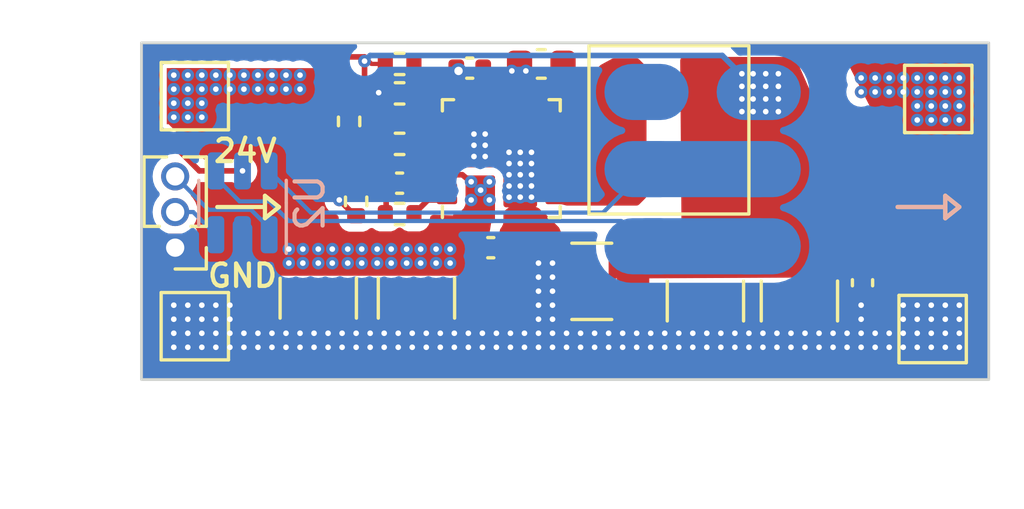
<source format=kicad_pcb>
(kicad_pcb (version 20221018) (generator pcbnew)

  (general
    (thickness 4.69)
  )

  (paper "A4")
  (layers
    (0 "F.Cu" signal)
    (1 "In1.Cu" signal)
    (2 "In2.Cu" signal)
    (31 "B.Cu" signal)
    (32 "B.Adhes" user "B.Adhesive")
    (33 "F.Adhes" user "F.Adhesive")
    (34 "B.Paste" user)
    (35 "F.Paste" user)
    (36 "B.SilkS" user "B.Silkscreen")
    (37 "F.SilkS" user "F.Silkscreen")
    (38 "B.Mask" user)
    (39 "F.Mask" user)
    (40 "Dwgs.User" user "User.Drawings")
    (41 "Cmts.User" user "User.Comments")
    (42 "Eco1.User" user "User.Eco1")
    (43 "Eco2.User" user "User.Eco2")
    (44 "Edge.Cuts" user)
    (45 "Margin" user)
    (46 "B.CrtYd" user "B.Courtyard")
    (47 "F.CrtYd" user "F.Courtyard")
    (48 "B.Fab" user)
    (49 "F.Fab" user)
    (50 "User.1" user)
    (51 "User.2" user)
    (52 "User.3" user)
    (53 "User.4" user)
    (54 "User.5" user)
    (55 "User.6" user)
    (56 "User.7" user)
    (57 "User.8" user)
    (58 "User.9" user)
  )

  (setup
    (stackup
      (layer "F.SilkS" (type "Top Silk Screen"))
      (layer "F.Paste" (type "Top Solder Paste"))
      (layer "F.Mask" (type "Top Solder Mask") (thickness 0.01))
      (layer "F.Cu" (type "copper") (thickness 0.035))
      (layer "dielectric 1" (type "core") (thickness 1.51) (material "FR4") (epsilon_r 4.5) (loss_tangent 0.02))
      (layer "In1.Cu" (type "copper") (thickness 0.035))
      (layer "dielectric 2" (type "prepreg") (thickness 1.51) (material "FR4") (epsilon_r 4.5) (loss_tangent 0.02))
      (layer "In2.Cu" (type "copper") (thickness 0.035))
      (layer "dielectric 3" (type "core") (thickness 1.51) (material "FR4") (epsilon_r 4.5) (loss_tangent 0.02))
      (layer "B.Cu" (type "copper") (thickness 0.035))
      (layer "B.Mask" (type "Bottom Solder Mask") (thickness 0.01))
      (layer "B.Paste" (type "Bottom Solder Paste"))
      (layer "B.SilkS" (type "Bottom Silk Screen"))
      (copper_finish "None")
      (dielectric_constraints no)
    )
    (pad_to_mask_clearance 0)
    (pcbplotparams
      (layerselection 0x00010fc_ffffffff)
      (plot_on_all_layers_selection 0x0000000_00000000)
      (disableapertmacros false)
      (usegerberextensions false)
      (usegerberattributes true)
      (usegerberadvancedattributes true)
      (creategerberjobfile true)
      (dashed_line_dash_ratio 12.000000)
      (dashed_line_gap_ratio 3.000000)
      (svgprecision 6)
      (plotframeref false)
      (viasonmask false)
      (mode 1)
      (useauxorigin false)
      (hpglpennumber 1)
      (hpglpenspeed 20)
      (hpglpendiameter 15.000000)
      (dxfpolygonmode true)
      (dxfimperialunits true)
      (dxfusepcbnewfont true)
      (psnegative false)
      (psa4output false)
      (plotreference true)
      (plotvalue true)
      (plotinvisibletext false)
      (sketchpadsonfab false)
      (subtractmaskfromsilk false)
      (outputformat 1)
      (mirror false)
      (drillshape 0)
      (scaleselection 1)
      (outputdirectory "/tmp/pcbgogo")
    )
  )

  (net 0 "")
  (net 1 "GND")
  (net 2 "unconnected-(J1-Pin_4-Pad4)")
  (net 3 "Net-(J3-Pin_2)")
  (net 4 "/MODE1")
  (net 5 "/MODE2")
  (net 6 "/EN")
  (net 7 "/CLOCK")
  (net 8 "/DATA")
  (net 9 "Net-(J3-Pin_3)")
  (net 10 "+5V")
  (net 11 "+24V")
  (net 12 "Net-(C3-Pad2)")
  (net 13 "/SW")
  (net 14 "/BOOT")
  (net 15 "/PHASE")
  (net 16 "/FB")
  (net 17 "/VDRV")
  (net 18 "/VDD")
  (net 19 "unconnected-(U1-GL-Pad10)")
  (net 20 "unconnected-(U1-PGOOD-Pad14)")

  (footprint "TestPoint:TestPoint_Pad_2.0x2.0mm" (layer "F.Cu") (at 158.2 118.2))

  (footprint "Resistor_SMD:R_0402_1005Metric" (layer "F.Cu") (at 137.65 113.65 -90))

  (footprint "Capacitor_SMD:C_1210_3225Metric" (layer "F.Cu") (at 136.3 117.1 -90))

  (footprint "Capacitor_SMD:C_0402_1005Metric" (layer "F.Cu") (at 139.2 113 180))

  (footprint "Capacitor_SMD:C_0402_1005Metric" (layer "F.Cu") (at 141.7 108.9 180))

  (footprint "Resistor_SMD:R_0402_1005Metric" (layer "F.Cu") (at 139.2 114.1 180))

  (footprint "TestPoint:TestPoint_Pad_2.0x2.0mm" (layer "F.Cu") (at 158.4 110))

  (footprint "Connector_PinHeader_1.27mm:PinHeader_1x03_P1.27mm_Vertical" (layer "F.Cu") (at 131.2 115.3 180))

  (footprint "Capacitor_SMD:C_1210_3225Metric" (layer "F.Cu") (at 153.45 117.2 -90))

  (footprint "Capacitor_SMD:C_1210_3225Metric" (layer "F.Cu") (at 150.1 117.2 -90))

  (footprint "Resistor_SMD:R_0402_1005Metric" (layer "F.Cu") (at 139.2 111.6 180))

  (footprint "Capacitor_SMD:C_0603_1608Metric" (layer "F.Cu") (at 144.25 108.75 180))

  (footprint "TestPoint:TestPoint_Pad_2.0x2.0mm" (layer "F.Cu") (at 131.9 118.1))

  (footprint "Capacitor_SMD:C_1210_3225Metric" (layer "F.Cu") (at 139.8 117.1 -90))

  (footprint "parts:Vishay_PowerPAK_MLP44-24L" (layer "F.Cu") (at 142.825 112.125 90))

  (footprint "Resistor_SMD:R_0402_1005Metric" (layer "F.Cu") (at 137.4 110.8 90))

  (footprint "TestPoint:TestPoint_Pad_2.0x2.0mm" (layer "F.Cu") (at 131.9 109.9))

  (footprint "Capacitor_SMD:C_0402_1005Metric" (layer "F.Cu") (at 155.7 116.55 90))

  (footprint "Capacitor_SMD:C_1210_3225Metric" (layer "F.Cu") (at 146.05 116.5))

  (footprint "Resistor_SMD:R_0402_1005Metric" (layer "F.Cu") (at 139.2 108.75))

  (footprint "apo:EXL1V0505" (layer "F.Cu") (at 148.8 111.1 90))

  (footprint "Resistor_SMD:R_0402_1005Metric" (layer "F.Cu") (at 139.2 109.8 180))

  (footprint "Capacitor_SMD:C_0402_1005Metric" (layer "F.Cu") (at 142.45 115.3))

  (footprint "Package_TO_SOT_SMD:SOT-23-6" (layer "B.Cu") (at 133.6 113.7 90))

  (footprint "apo:APA102_CONN" (layer "B.Cu") (at 152 113.875))

  (footprint "apo:APA102_CONN" (layer "B.Cu") (at 148 113.875))

  (gr_line (start 159.15 113.85) (end 158.65 113.45)
    (stroke (width 0.15) (type solid)) (layer "B.SilkS") (tstamp 3676f199-5a14-4ac4-92f7-7efc586b7889))
  (gr_line (start 158.65 114.25) (end 159.15 113.85)
    (stroke (width 0.15) (type solid)) (layer "B.SilkS") (tstamp 75f936ae-7511-41df-b1b3-74bcbf1053e7))
  (gr_line (start 158.65 113.85) (end 156.95 113.85)
    (stroke (width 0.15) (type solid)) (layer "B.SilkS") (tstamp 971c4655-3162-4819-9355-927eb7ac3fc8))
  (gr_line (start 158.65 113.45) (end 158.65 114.25)
    (stroke (width 0.15) (type solid)) (layer "B.SilkS") (tstamp df8dc673-ede2-4745-90ef-0fd8ea2c64c7))
  (gr_line (start 158.65 113.45) (end 158.65 114.25)
    (stroke (width 0.15) (type solid)) (layer "F.SilkS") (tstamp 0fc5d717-b4a2-4210-93f9-17597bf4bc63))
  (gr_line (start 134.4 113.45) (end 134.4 114.25)
    (stroke (width 0.15) (type solid)) (layer "F.SilkS") (tstamp 22f50a9b-55ae-42a9-b15a-ac1d38939f76))
  (gr_line (start 134.4 114.25) (end 134.9 113.85)
    (stroke (width 0.15) (type solid)) (layer "F.SilkS") (tstamp 27ffa1d0-54d2-466e-94d9-0fe17ae20bff))
  (gr_line (start 134.9 113.85) (end 134.4 113.45)
    (stroke (width 0.15) (type solid)) (layer "F.SilkS") (tstamp 324a4fa3-1e22-4c22-ac64-189f7bf5e38e))
  (gr_line (start 132.7 113.85) (end 134.4 113.85)
    (stroke (width 0.15) (type solid)) (layer "F.SilkS") (tstamp 99090439-6940-42e6-97e5-e9f0710101d1))
  (gr_line (start 159.15 113.85) (end 158.65 113.45)
    (stroke (width 0.15) (type solid)) (layer "F.SilkS") (tstamp ac0d57a8-0aef-4cff-b0c3-90bbd7bdf384))
  (gr_line (start 156.95 113.85) (end 158.65 113.85)
    (stroke (width 0.15) (type solid)) (layer "F.SilkS") (tstamp c56de110-2ced-4989-ac20-943acf4c10bb))
  (gr_line (start 158.65 114.25) (end 159.15 113.85)
    (stroke (width 0.15) (type solid)) (layer "F.SilkS") (tstamp d4c46183-82c5-482b-a4ba-e301f70f1da3))
  (gr_rect (start 130 108) (end 160.2 120)
    (stroke (width 0.1) (type solid)) (fill none) (layer "Edge.Cuts") (tstamp 0d823a84-1a44-45ef-997c-1f1f85751717))
  (gr_text "GND" (at 133.6 116.3) (layer "F.SilkS") (tstamp 280203a5-3072-4dce-961d-56b30bd96bc3)
    (effects (font (size 0.8 0.8) (thickness 0.15)))
  )
  (gr_text "24V" (at 133.7 111.85) (layer "F.SilkS") (tstamp e42fe8d0-004a-4a6a-8f3f-374448be236b)
    (effects (font (size 0.8 0.8) (thickness 0.15)))
  )

  (segment (start 137.05 112.675528) (end 137.05 113.6) (width 0.2) (layer "F.Cu") (net 1) (tstamp 08e423bd-fa7e-4c28-bf09-70fefb4011bb))
  (segment (start 143.35 108.775) (end 143.475 108.65) (width 0.2) (layer "F.Cu") (net 1) (tstamp 09a78456-ec75-4804-87fb-82761ad99e8d))
  (segment (start 143.35 109) (end 143.35 108.775) (width 0.2) (layer "F.Cu") (net 1) (tstamp 42f128fa-193d-445e-8dde-27a57efecfbe))
  (segment (start 141.22 108.9) (end 141.3 108.98) (width 0.2) (layer "F.Cu") (net 1) (tstamp 443e0554-bc2b-4cf2-9e5c-655695f6366d))
  (segment (start 143.1275 110.959928) (end 143.1275 111.4625) (width 0.2) (layer "F.Cu") (net 1) (tstamp 4940523d-3c80-48a8-8178-08a6906e480a))
  (segment (start 143.35 110.2) (end 143.35 109.5) (width 0.2) (layer "F.Cu") (net 1) (tstamp 50d02e7c-26da-4817-a30d-296d08902b0a))
  (segment (start 138.479462 109.8) (end 138.454038 109.774576) (width 0.15) (layer "F.Cu") (net 1) (tstamp 5f027496-084f-4237-8381-247d06fd9596))
  (segment (start 143.35 110.2) (end 143.35 110.737428) (width 0.2) (layer "F.Cu") (net 1) (tstamp 6bdb04cd-ece6-4294-84ba-7dc9ab8dc77e))
  (segment (start 142 110.2) (end 142 109.7) (width 0.2) (layer "F.Cu") (net 1) (tstamp 7909e0c8-a912-4e59-ae4d-65e0252fc307))
  (segment (start 137.65 114.16) (end 137.61 114.16) (width 0.2) (layer "F.Cu") (net 1) (tstamp 79682fc4-6507-44bd-a10b-2da93401c9cf))
  (segment (start 138.69 111.6) (end 138.125528 111.6) (width 0.2) (layer "F.Cu") (net 1) (tstamp 88135e05-1300-42cf-8261-25e39fcb2f5a))
  (segment (start 141.3 108.98) (end 141.3 109) (width 0.2) (layer "F.Cu") (net 1) (tstamp 8de10cae-7fcd-4b7a-bc37-cd3f128f7a41))
  (segment (start 143.35 109.5) (end 143.35 109) (width 0.2) (layer "F.Cu") (net 1) (tstamp 947bc1d0-bbcd-4c40-9e22-ff6c3f36ea14))
  (segment (start 143.35 110.737428) (end 143.1275 110.959928) (width 0.2) (layer "F.Cu") (net 1) (tstamp a3ea93c1-d33d-4177-a71e-b9e5b63bcecd))
  (segment (start 138.125528 111.6) (end 137.05 112.675528) (width 0.2) (layer "F.Cu") (net 1) (tstamp b7e76e2b-92fc-449b-8419-d03b6196c0cc))
  (segment (start 138.64 109.8) (end 138.479462 109.8) (width 0.15) (layer "F.Cu") (net 1) (tstamp b8a8fa7f-5f0d-47bb-a762-12b8e672a8fc))
  (segment (start 142 109.7) (end 141.3 109) (width 0.2) (layer "F.Cu") (net 1) (tstamp cfa7d1aa-ea67-44c7-8220-2e38d77dcdb2))
  (segment (start 141.85 111.15) (end 141.85 111.65) (width 0.3) (layer "F.Cu") (net 1) (tstamp d000ceb6-51b2-4cc1-add8-4c22ab232f12))
  (segment (start 137.61 114.16) (end 137.05 113.6) (width 0.2) (layer "F.Cu") (net 1) (tstamp ef76f465-a03b-4363-9729-a6ac1a0ccd7d))
  (segment (start 142 110.2) (end 142 111) (width 0.2) (layer "F.Cu") (net 1) (tstamp fce6c964-678c-47a2-bc1e-e8ebc8fa17a9))
  (via (at 151.15 118.85) (size 0.45) (drill 0.2) (layers "F.Cu" "B.Cu") (net 1) (tstamp 035ec966-f6d0-43b7-8467-a89e0310709e))
  (via (at 145.65 118.85) (size 0.45) (drill 0.2) (layers "F.Cu" "B.Cu") (net 1) (tstamp 03ef142c-9d23-493f-b3d0-d9f53bda2e29))
  (via (at 153.65 118.35) (size 0.45) (drill 0.2) (layers "F.Cu" "B.Cu") (net 1) (tstamp 04b96011-35e3-451d-be48-cca2bbabf272))
  (via (at 132.65 117.35) (size 0.45) (drill 0.2) (layers "F.Cu" "B.Cu") (net 1) (tstamp 0c35c094-140c-4da7-9223-7bbbd5f6f1e2))
  (via (at 143.15 118.85) (size 0.45) (drill 0.2) (layers "F.Cu" "B.Cu") (net 1) (tstamp 0e249cd6-f18a-461d-b5a6-7cd4cf18a4fa))
  (via (at 141.3 109) (size 0.56) (drill 0.3) (layers "F.Cu" "B.Cu") (net 1) (tstamp 0ef5a775-2f3a-4aca-8af1-54415eba8f04))
  (via (at 154.15 118.85) (size 0.45) (drill 0.2) (layers "F.Cu" "B.Cu") (net 1) (tstamp 0fa2db81-8677-486b-a187-34436256a581))
  (via (at 136.65 118.35) (size 0.45) (drill 0.2) (layers "F.Cu" "B.Cu") (net 1) (tstamp 10d370ae-2ed0-408f-b620-b4b85acd981c))
  (via (at 158.65 118.35) (size 0.45) (drill 0.2) (layers "F.Cu" "B.Cu") (net 1) (tstamp 11ace683-de0f-47c4-b658-a27ca1230305))
  (via (at 144.15 116.85) (size 0.45) (drill 0.2) (layers "F.Cu" "B.Cu") (net 1) (tstamp 133af040-eeb0-4597-a817-fba3eb39b392))
  (via (at 153.15 118.85) (size 0.45) (drill 0.2) (layers "F.Cu" "B.Cu") (net 1) (tstamp 14169915-4366-488c-b3da-b23110c51ddd))
  (via (at 156.65 118.85) (size 0.45) (drill 0.2) (layers "F.Cu" "B.Cu") (net 1) (tstamp 15272e60-fa97-4a1c-b817-e58b8ab67433))
  (via (at 139.15 118.35) (size 0.45) (drill 0.2) (layers "F.Cu" "B.Cu") (net 1) (tstamp 15aee3f1-1e5e-4aed-b539-72fb32c0cb79))
  (via (at 143.5 111.9) (size 0.45) (drill 0.2) (layers "F.Cu" "B.Cu") (net 1) (tstamp 161206b4-89d4-4a28-a556-5474b4489455))
  (via (at 159.15 117.85) (size 0.45) (drill 0.2) (layers "F.Cu" "B.Cu") (net 1) (tstamp 1a46bd4b-cbfd-4448-aab4-a1f7e96a026a))
  (via (at 131.15 117.85) (size 0.45) (drill 0.2) (layers "F.Cu" "B.Cu") (net 1) (tstamp 1a73cd52-5ed1-4474-ac9b-3aeaef094cfa))
  (via (at 157.65 118.85) (size 0.45) (drill 0.2) (layers "F.Cu" "B.Cu") (net 1) (tstamp 1b4713e6-bc37-41b6-bd21-3f4e4fae0a9c))
  (via (at 158.65 117.35) (size 0.45) (drill 0.2) (layers "F.Cu" "B.Cu") (net 1) (tstamp 1c015ac2-fee3-45db-9cdf-dc4014f539ed))
  (via (at 142.25 111.25) (size 0.45) (drill 0.2) (layers "F.Cu" "B.Cu") (net 1) (tstamp 1c061432-bbc3-45ae-b30b-fc872b35efcd))
  (via (at 148.65 118.85) (size 0.45) (drill 0.2) (layers "F.Cu" "B.Cu") (net 1) (tstamp 1e8abcda-1fa0-4045-ae98-98c024c496db))
  (via (at 142.25 112.05) (size 0.45) (drill 0.2) (layers "F.Cu" "B.Cu") (net 1) (tstamp 2046211d-1d3b-45b7-b3b2-7cd5dd929e9a))
  (via (at 141.65 118.35) (size 0.45) (drill 0.2) (layers "F.Cu" "B.Cu") (net 1) (tstamp 2234faa4-2af7-4eda-8443-159ad3082b2a))
  (via (at 158.15 118.35) (size 0.45) (drill 0.2) (layers "F.Cu" "B.Cu") (net 1) (tstamp 25dbd309-21ba-442e-b500-d3f3abe44973))
  (via (at 144.65 117.85) (size 0.45) (drill 0.2) (layers "F.Cu" "B.Cu") (net 1) (tstamp 265631e4-d48e-4f5d-8f11-a85963c401d3))
  (via (at 141.65 118.85) (size 0.45) (drill 0.2) (layers "F.Cu" "B.Cu") (net 1) (tstamp 275d6be5-d69e-4a4a-9ffc-b70521eb3da2))
  (via (at 154.15 118.35) (size 0.45) (drill 0.2) (layers "F.Cu" "B.Cu") (net 1) (tstamp 27f2e98a-52ce-42d5-b2e0-1e0d71953b9f))
  (via (at 143.9 113.1) (size 0.45) (drill 0.2) (layers "F.Cu" "B.Cu") (net 1) (tstamp 28115bf6-f40a-486b-ad32-ba127943c8d9))
  (via (at 144.15 118.35) (size 0.45) (drill 0.2) (layers "F.Cu" "B.Cu") (net 1) (tstamp 283e82e7-3f02-4149-be73-eea98dc3f6be))
  (via (at 132.15 118.85) (size 0.45) (drill 0.2) (layers "F.Cu" "B.Cu") (net 1) (tstamp 29b8b9db-df2f-40df-85b1-f63a669b0ad3))
  (via (at 142.15 118.35) (size 0.45) (drill 0.2) (layers "F.Cu" "B.Cu") (net 1) (tstamp 2bb4d36e-fa1c-4da9-af5e-47bfbab433e1))
  (via (at 159.15 117.35) (size 0.45) (drill 0.2) (layers "F.Cu" "B.Cu") (net 1) (tstamp 2bd93905-3e74-412b-8766-56c5f30bbfdd))
  (via (at 150.65 118.85) (size 0.45) (drill 0.2) (layers "F.Cu" "B.Cu") (net 1) (tstamp 2be81f20-a8b4-421e-95cb-5b1b57cfb7b3))
  (via (at 149.15 118.85) (size 0.45) (drill 0.2) (layers "F.Cu" "B.Cu") (net 1) (tstamp 2c7ffd40-164f-43f5-9d0b-dea71e86fa11))
  (via (at 143.5 112.3) (size 0.45) (drill 0.2) (layers "F.Cu" "B.Cu") (net 1) (tstamp 2fc31eef-2d1e-4560-aac2-0f5d32c90ff3))
  (via (at 139.15 118.85) (size 0.45) (drill 0.2) (layers "F.Cu" "B.Cu") (net 1) (tstamp 31176a4a-faad-40fd-a0d1-66929abd8752))
  (via (at 135.65 118.35) (size 0.45) (drill 0.2) (layers "F.Cu" "B.Cu") (net 1) (tstamp 311d2a74-85d9-4484-b9ec-bed47ef320ef))
  (via (at 143.5 113.5) (size 0.45) (drill 0.2) (layers "F.Cu" "B.Cu") (net 1) (tstamp 31d64d38-a2d6-4b90-8e10-df0b2f9b1cfc))
  (via (at 144.65 118.35) (size 0.45) (drill 0.2) (layers "F.Cu" "B.Cu") (net 1) (tstamp 31df30e5-c801-4452-9a96-bdf2e8836b4b))
  (via (at 138.15 118.35) (size 0.45) (drill 0.2) (layers "F.Cu" "B.Cu") (net 1) (tstamp 32648c21-21ef-4039-bd2a-a87b60fbbcd6))
  (via (at 156.15 118.85) (size 0.45) (drill 0.2) (layers "F.Cu" "B.Cu") (net 1) (tstamp 32d2323f-6ee9-4cf0-a21f-ee85130d5da4))
  (via (at 139.65 118.85) (size 0.45) (drill 0.2) (layers "F.Cu" "B.Cu") (net 1) (tstamp 34252c01-4f68-4ea0-ab4e-b863b24a9ecd))
  (via (at 143.9 111.9) (size 0.45) (drill 0.2) (layers "F.Cu" "B.Cu") (net 1) (tstamp 34336ea7-e8fe-48c0-80ff-4b2c05a15976))
  (via (at 131.15 117.35) (size 0.45) (drill 0.2) (layers "F.Cu" "B.Cu") (net 1) (tstamp 35bc1777-3975-4efe-8642-98005be98531))
  (via (at 142.65 118.35) (size 0.45) (drill 0.2) (layers "F.Cu" "B.Cu") (net 1) (tstamp 37d6ef17-9e0f-43de-9ca1-4378dde439f1))
  (via (at 155.15 118.85) (size 0.45) (drill 0.2) (layers "F.Cu" "B.Cu") (net 1) (tstamp 39c82588-e8ac-4604-a0e6-1dffd242275a))
  (via (at 157.65 117.85) (size 0.45) (drill 0.2) (layers "F.Cu" "B.Cu") (net 1) (tstamp 3ad4c00e-4480-4731-b344-628cda995b68))
  (via (at 157.15 118.85) (size 0.45) (drill 0.2) (layers "F.Cu" "B.Cu") (net 1) (tstamp 3cb55b76-457e-4f17-97e1-8f2d95cdbd71))
  (via (at 140.65 118.35) (size 0.45) (drill 0.2) (layers "F.Cu" "B.Cu") (net 1) (tstamp 3e513377-ae59-49ff-8bbf-c2cd0b02fe00))
  (via (at 152.65 118.35) (size 0.45) (drill 0.2) (layers "F.Cu" "B.Cu") (net 1) (tstamp 403c8713-6bc4-485f-9123-0e145a0108c1))
  (via (at 140.15 118.35) (size 0.45) (drill 0.2) (layers "F.Cu" "B.Cu") (net 1) (tstamp 414ba9d7-01f5-4522-83f1-70d4ffbc3b61))
  (via (at 137.15 118.35) (size 0.45) (drill 0.2) (layers "F.Cu" "B.Cu") (net 1) (tstamp 445db5ed-425b-434d-a648-1485d6f7bc0d))
  (via (at 144.15 117.35) (size 0.45) (drill 0.2) (layers "F.Cu" "B.Cu") (net 1) (tstamp 44bccc7a-01c1-4996-a318-c11ab8f73e17))
  (via (at 146.65 118.85) (size 0.45) (drill 0.2) (layers "F.Cu" "B.Cu") (net 1) (tstamp 49097002-3559-41f7-90eb-52bea33e0d9c))
  (via (at 135.65 118.85) (size 0.45) (drill 0.2) (layers "F.Cu" "B.Cu") (net 1) (tstamp 4951b335-3895-455c-a33b-96ce1883ac96))
  (via (at 158.15 117.35) (size 0.45) (drill 0.2) (layers "F.Cu" "B.Cu") (net 1) (tstamp 4ce9aff3-8b30-4a96-a0ee-33c2722e1793))
  (via (at 151.65 118.85) (size 0.45) (drill 0.2) (layers "F.Cu" "B.Cu") (net 1) (tstamp 4d6d9fd2-b5af-40c4-aaf2-a6ad7aaf8676))
  (via (at 157.65 117.35) (size 0.45) (drill 0.2) (layers "F.Cu" "B.Cu") (net 1) (tstamp 4ec716aa-8145-4776-8d47-61d6a78d7d56))
  (via (at 141.15 118.35) (size 0.45) (drill 0.2) (layers "F.Cu" "B.Cu") (net 1) (tstamp 502ba3f7-a019-4701-bd19-fe6d4308d825))
  (via (at 137.65 118.35) (size 0.45) (drill 0.2) (layers "F.Cu" "B.Cu") (net 1) (tstamp 50af5ac3-7bb5-4c13-970c-a6633ef8c0c8))
  (via (at 158.65 118.85) (size 0.45) (drill 0.2) (layers "F.Cu" "B.Cu") (net 1) (tstamp 51084dda-8171-4a57-9191-0b4d4546cd86))
  (via (at 143.9 112.3) (size 0.45) (drill 0.2) (layers "F.Cu" "B.Cu") (net 1) (tstamp 5414d815-16e1-464a-a432-76d017443244))
  (via (at 156.15 118.35) (size 0.45) (drill 0.2) (layers "F.Cu" "B.Cu") (net 1) (tstamp 55d7e2b6-7545-4522-b9eb-7df11b5488d3))
  (via (at 144.15 116.35) (size 0.45) (drill 0.2) (layers "F.Cu" "B.Cu") (net 1) (tstamp 56482d7c-91cd-478b-a33e-30e013f3ab1b))
  (via (at 141.85 111.25) (size 0.45) (drill 0.2) (layers "F.Cu" "B.Cu") (net 1) (tstamp 5675f508-d647-4d8a-a803-d6adc7a13aa1))
  (via (at 144.65 115.85) (size 0.45) (drill 0.2) (layers "F.Cu" "B.Cu") (net 1) (tstamp 56a93cca-9cf1-4a96-b58a-97d7ce700e4f))
  (via (at 131.65 118.85) (size 0.45) (drill 0.2) (layers "F.Cu" "B.Cu") (net 1) (tstamp 577845cb-1df5-44d5-8d80-94cabf4f406e))
  (via (at 147.65 118.35) (size 0.45) (drill 0.2) (layers "F.Cu" "B.Cu") (net 1) (tstamp 5860b0e7-6198-4cc6-866c-24038aa8ae6e))
  (via (at 144.65 117.35) (size 0.45) (drill 0.2) (layers "F.Cu" "B.Cu") (net 1) (tstamp 58ea4af0-cdad-4eb4-b72c-306ef9836403))
  (via (at 158.15 117.85) (size 0.45) (drill 0.2) (layers "F.Cu" "B.Cu") (net 1) (tstamp 5b5915f6-ecda-42f3-8f47-e9a8a43e3872))
  (via (at 144.15 118.85) (size 0.45) (drill 0.2) (layers "F.Cu" "B.Cu") (net 1) (tstamp 5c8b179b-1a35-478a-ad04-6e030ffab2a5))
  (via (at 146.15 118.35) (size 0.45) (drill 0.2) (layers "F.Cu" "B.Cu") (net 1) (tstamp 5cf40be5-a965-4c03-9e33-6fc7b542ef66))
  (via (at 157.15 118.35) (size 0.45) (drill 0.2) (layers "F.Cu" "B.Cu") (net 1) (tstamp 5e8caffd-9aee-4ac2-b134-168d58feed18))
  (via (at 143.9 112.7) (size 0.45) (drill 0.2) (layers "F.Cu" "B.Cu") (net 1) (tstamp 5ebccdb3-ebbd-40d1-9e40-f2387252f98c))
  (via (at 138.454038 109.774576) (size 0.45) (drill 0.2) (layers "F.Cu" "B.Cu") (net 1) (tstamp 6211622b-dc58-42a7-8bdc-2c03ff82aa28))
  (via (at 137.15 118.85) (size 0.45) (drill 0.2) (layers "F.Cu" "B.Cu") (net 1) (tstamp 63c5d361-eae8-401b-8840-8818d630b489))
  (via (at 149.65 118.85) (size 0.45) (drill 0.2) (layers "F.Cu" "B.Cu") (net 1) (tstamp 68739f76-1e78-42c8-a181-04fee9d4d475))
  (via (at 134.65 118.85) (size 0.45) (drill 0.2) (layers "F.Cu" "B.Cu") (net 1) (tstamp 6890fc74-9a30-46ec-b67c-9089731a88ea))
  (via (at 155.65 117.35) (size 0.45) (drill 0.2) (layers "F.Cu" "B.Cu") (net 1) (tstamp 68b9ca57-b4d5-45bb-8f9f-21bbe0edb2f0))
  (via (at 147.15 118.35) (size 0.45) (drill 0.2) (layers "F.Cu" "B.Cu") (net 1) (tstamp 699138cc-cb38-459f-bd9b-a8d40633c83d))
  (via (at 135.15 118.85) (size 0.45) (drill 0.2) (layers "F.Cu" "B.Cu") (net 1) (tstamp 6d61458b-bf66-4a11-b92f-92c02ec505e0))
  (via (at 134.15 118.35) (size 0.45) (drill 0.2) (layers "F.Cu" "B.Cu") (net 1) (tstamp 701e031c-6464-4854-9baa-9c15d9cddec9))
  (via (at 151.65 118.35) (size 0.45) (drill 0.2) (layers "F.Cu" "B.Cu") (net 1) (tstamp 703b18cb-694e-43ee-8789-5133edaf2449))
  (via (at 133.65 118.85) (size 0.45) (drill 0.2) (layers "F.Cu" "B.Cu") (net 1) (tstamp 720e0547-a8a0-4357-a0cb-1fdd2e90a6ae))
  (via (at 155.65 117.85) (size 0.45) (drill 0.2) (layers "F.Cu" "B.Cu") (net 1) (tstamp 7269eb3e-1928-4916-823f-fd329012d7d7))
  (via (at 145.65 118.35) (size 0.45) (drill 0.2) (layers "F.Cu" "B.Cu") (net 1) (tstamp 728bd525-352b-41e2-ad06-bfcb1ee5d076))
  (via (at 139.65 118.35) (size 0.45) (drill 0.2) (layers "F.Cu" "B.Cu") (net 1) (tstamp 72fffd85-0353-43ea-9b49-d7241c452d4f))
  (via (at 141.15 118.85) (size 0.45) (drill 0.2) (layers "F.Cu" "B.Cu") (net 1) (tstamp 746065f9-b202-4902-8faa-04f38c2fc87b))
  (via (at 137.05 113.6) (size 0.45) (drill 0.2) (layers "F.Cu" "B.Cu") (net 1) (tstamp 761b8217-fa5c-4d76-b33e-aa3e8359f21b))
  (via (at 152.15 118.85) (size 0.45) (drill 0.2) (layers "F.Cu" "B.Cu") (net 1) (tstamp 763f7a1f-44ac-4817-94c7-20c78f3616b5))
  (via (at 147.65 118.85) (size 0.45) (drill 0.2) (layers "F.Cu" "B.Cu") (net 1) (tstamp 785b2c3c-8e80-4b0e-aca5-2a68db3e7843))
  (via (at 157.15 117.35) (size 0.45) (drill 0.2) (layers "F.Cu" "B.Cu") (net 1) (tstamp 78866515-36dc-4ccb-a132-1debafa4cc67))
  (via (at 138.15 118.85) (size 0.45) (drill 0.2) (layers "F.Cu" "B.Cu") (net 1) (tstamp 7b340771-52a5-41ff-b6e2-413c6d5badce))
  (via (at 151.15 118.35) (size 0.45) (drill 0.2) (layers "F.Cu" "B.Cu") (net 1) (tstamp 7c55a498-65c5-44ba-9de0-6480573341d5))
  (via (at 143.9 113.5) (size 0.45) (drill 0.2) (layers "F.Cu" "B.Cu") (net 1) (tstamp 7d1d082e-7153-4bb8-be14-aa4a35dc1f14))
  (via (at 133.15 117.85) (size 0.45) (drill 0.2) (layers "F.Cu" "B.Cu") (net 1) (tstamp 7d90a795-5c43-4790-9c91-57d9e2eaa034))
  (via (at 132.65 117.85) (size 0.45) (drill 0.2) (layers "F.Cu" "B.Cu") (net 1) (tstamp 7f2285db-2007-40ed-9448-6381648be27f))
  (via (at 140.65 118.85) (size 0.45) (drill 0.2) (layers "F.Cu" "B.Cu") (net 1) (tstamp 8137264b-d416-423e-986a-32826d2651e3))
  (via (at 135.15 118.35) (size 0.45) (drill 0.2) (layers "F.Cu" "B.Cu") (net 1) (tstamp 81e2f8b4-0998-4b4b-b073-2b0f3c6b25b2))
  (via (at 132.65 118.85) (size 0.45) (drill 0.2) (layers "F.Cu" "B.Cu") (net 1) (tstamp 820bceed-7d55-43bd-99b3-cbb77583ebac))
  (via (at 148.15 118.85) (size 0.45) (drill 0.2) (layers "F.Cu" "B.Cu") (net 1) (tstamp 82f43e2e-2f24-4831-a8d3-80e5c5ee5082))
  (via (at 141.85 111.65) (size 0.45) (drill 0.2) (layers "F.Cu" "B.Cu") (net 1) (tstamp 86c0ddb2-34f8-4fb8-9611-71a9aff73882))
  (via (at 149.65 118.35) (size 0.45) (drill 0.2) (layers "F.Cu" "B.Cu") (net 1) (tstamp 87077056-2dcb-45b7-b571-68a76135f444))
  (via (at 154.65 118.85) (size 0.45) (drill 0.2) (layers "F.Cu" "B.Cu") (net 1) (tstamp 87355f69-75ce-4d3a-908d-929d11c23531))
  (via (at 156.65 118.35) (size 0.45) (drill 0.2) (layers "F.Cu" "B.Cu") (net 1) (tstamp 8b6140b8-c28b-4d1b-8e85-d625d0674904))
  (via (at 146.15 118.85) (size 0.45) (drill 0.2) (layers "F.Cu" "B.Cu") (net 1) (tstamp 9025ab31-f451-41b2-88fd-524213c85c55))
  (via (at 153.65 118.85) (size 0.45) (drill 0.2) (layers "F.Cu" "B.Cu") (net 1) (tstamp 9031dd0e-dde5-438c-897e-9a7b6973aaa1))
  (via (at 133.15 118.85) (size 0.45) (drill 0.2) (layers "F.Cu" "B.Cu") (net 1) (tstamp 90671a2d-6509-4bf8-9fda-0a5b27bc32e0))
  (via (at 138.65 118.85) (size 0.45) (drill 0.2) (layers "F.Cu" "B.Cu") (net 1) (tstamp 9335485d-e960-46d9-b98c-58af995ba0ec))
  (via (at 157.15 117.85) (size 0.45) (drill 0.2) (layers "F.Cu" "B.Cu") (net 1) (tstamp 9428e4a9-ba05-4419-b394-fa192555a05f))
  (via (at 131.15 118.85) (size 0.45) (drill 0.2) (layers "F.Cu" "B.Cu") (net 1) (tstamp 9522d535-094c-435d-a636-387a16e4699f))
  (via (at 136.65 118.85) (size 0.45) (drill 0.2) (layers "F.Cu" "B.Cu") (net 1) (tstamp 961cd699-ced3-4a3d-89b4-bf84056660d1))
  (via (at 143.65 118.35) (size 0.45) (drill 0.2) (layers "F.Cu" "B.Cu") (net 1) (tstamp 994988bc-252b-4154-81f7-41feb4720c46))
  (via (at 148.65 118.35) (size 0.45) (drill 0.2) (layers "F.Cu" "B.Cu") (net 1) (tstamp 997cc033-6fb7-491e-a131-3d9b5a09a584))
  (via (at 155.15 118.35) (size 0.45) (drill 0.2) (layers "F.Cu" "B.Cu") (net 1) (tstamp 9b6ee52e-68aa-484a-957d-1b51ef7647c8))
  (via (at 143.1 113.5) (size 0.45) (drill 0.2) (layers "F.Cu" "B.Cu") (net 1) (tstamp 9d1a3bd9-fc86-4d1d-957d-fcca05b33962))
  (via (at 143.1 112.7) (size 0.45) (drill 0.2) (layers "F.Cu" "B.Cu") (net 1) (tstamp 9e12238e-2f11-4a00-b1d9-2c3ccb03b53c))
  (via (at 144.65 116.35) (size 0.45) (drill 0.2) (layers "F.Cu" "B.Cu") (net 1) (tstamp a0b922f8-413f-430d-802b-c15e326c958d))
  (via (at 140.15 118.85) (size 0.45) (drill 0.2) (layers "F.Cu" "B.Cu") (net 1) (tstamp a765b732-879f-45da-9614-2591f2d9d0b1))
  (via (at 152.65 118.85) (size 0.45) (drill 0.2) (layers "F.Cu" "B.Cu") (net 1) (tstamp a7b950e9-51ba-4639-bc40-99f5a74aac0d))
  (via (at 132.15 117.35) (size 0.45) (drill 0.2) (layers "F.Cu" "B.Cu") (net 1) (tstamp a87f1758-94d5-42ea-971b-c293d7468427))
  (via (at 143.65 118.85) (size 0.45) (drill 0.2) (layers "F.Cu" "B.Cu") (net 1) (tstamp a890f9f4-ae27-4454-a528-18340c8cce3c))
  (via (at 133.15 117.35) (size 0.45) (drill 0.2) (layers "F.Cu" "B.Cu") (net 1) (tstamp a8a7e591-eba5-4b14-a767-f152c0a38ff8))
  (via (at 148.15 118.35) (size 0.45) (drill 0.2) (layers "F.Cu" "B.Cu") (net 1) (tstamp ab104b79-2753-4de5-885f-6078551adce5))
  (via (at 159.15 118.85) (size 0.45) (drill 0.2) (layers "F.Cu" "B.Cu") (net 1) (tstamp ad450c0e-a19c-46f7-9002-c9e20f180eca))
  (via (at 145.15 118.35) (size 0.45) (drill 0.2) (layers "F.Cu" "B.Cu") (net 1) (tstamp b2178dce-1033-4d0c-9c44-b4e4b26a68ec))
  (via (at 142.15 118.85) (size 0.45) (drill 0.2) (layers "F.Cu" "B.Cu") (net 1) (tstamp b343f435-d38e-4ddf-953f-f6ce9049e841))
  (via (at 145.15 118.85) (size 0.45) (drill 0.2) (layers "F.Cu" "B.Cu") (net 1) (tstamp b598bdc1-8c78-49c6-85c4-9dd50551f67b))
  (via (at 153.15 118.35) (size 0.45) (drill 0.2) (layers "F.Cu" "B.Cu") (net 1) (tstamp b90af6a0-2696-4543-82ae-d1d9f32d336f))
  (via (at 133.65 118.35) (size 0.45) (drill 0.2) (layers "F.Cu" "B.Cu") (net 1) (tstamp b9246049-eb02-4e77-978c-49bc9e9dc56b))
  (via (at 131.15 118.35) (size 0.45) (drill 0.2) (layers "F.Cu" "B.Cu") (net 1) (tstamp baafb259-e8db-4d6e-b2d6-6b9b1fa59836))
  (via (at 150.15 118.35) (size 0.45) (drill 0.2) (layers "F.Cu" "B.Cu") (net 1) (tstamp bdc2fc4a-eaae-4287-8e55-fae77461eb99))
  (via (at 136.15 118.35) (size 0.45) (drill 0.2) (layers "F.Cu" "B.Cu") (net 1) (tstamp bfa25266-486b-4bd2-9c07-055024ea769d))
  (via (at 131.65 118.35) (size 0.45) (drill 0.2) (layers "F.Cu" "B.Cu") (net 1) (tstamp c4643bda-557e-49ff-83e1-46b07eb6c189))
  (via (at 142.25 111.65) (size 0.45) (drill 0.2) (layers "F.Cu" "B.Cu") (net 1) (tstamp c6ff1b48-ed62-4d13-a267-03418f6f87b4))
  (via (at 144.15 117.85) (size 0.45) (drill 0.2) (layers "F.Cu" "B.Cu") (net 1) (tstamp c89dc3f7-df24-4e55-b2b3-48160d77fa83))
  (via (at 155.65 118.35) (size 0.45) (drill 0.2) (layers "F.Cu" "B.Cu") (net 1) (tstamp ca4ab834-8530-4b80-8283-8f65270e0f24))
  (via (at 132.15 117.85) (size 0.45) (drill 0.2) (layers "F.Cu" "B.Cu") (net 1) (tstamp ca79c7d7-dbcc-453a-8ded-a06848227e4b))
  (via (at 132.65 118.35) (size 0.45) (drill 0.2) (layers "F.Cu" "B.Cu") (net 1) (tstamp cb26fa43-0ab9-4c16-a42d-105303025b3a))
  (via (at 131.65 117.35) (size 0.45) (drill 0.2) (layers "F.Cu" "B.Cu") (net 1) (tstamp cc6b8445-d924-43b7-9e08-884cdf7a365c))
  (via (at 143.5 113.1) (size 0.45) (drill 0.2) (layers "F.Cu" "B.Cu") (net 1) (tstamp cec5c631-6cb2-4bf5-a344-f2bf07403838))
  (via (at 143.5 112.7) (size 0.45) (drill 0.2) (layers "F.Cu" "B.Cu") (net 1) (tstamp cf11d027-a51b-4fad-b943-47cc5207d855))
  (via (at 144.15 115.85) (size 0.45) (drill 0.2) (layers "F.Cu" "B.Cu") (net 1) (tstamp cf78e8f0-b654-4070-8067-a11fd5a7b34b))
  (via (at 143.1 113.1) (size 0.45) (drill 0.2) (layers "F.Cu" "B.Cu") (net 1) (tstamp d25907fc-eb42-4acd-9a61-79ef550d9e5b))
  (via (at 154.65 118.35) (size 0.45) (drill 0.2) (layers "F.Cu" "B.Cu") (net 1) (tstamp d5568606-3ff0-4294-b0f9-bba786bfe592))
  (via (at 147.15 118.85) (size 0.45) (drill 0.2) (layers "F.Cu" "B.Cu") (net 1) (tstamp d63d188d-8004-4777-85ca-cc2e6f4785eb))
  (via (at 143.15 118.35) (size 0.45) (drill 0.2) (layers "F.Cu" "B.Cu") (net 1) (tstamp d682994c-7d0e-4b6a-8c77-bcd6868db956))
  (via (at 158.65 117.85) (size 0.45) (drill 0.2) (layers "F.Cu" "B.Cu") (net 1) (tstamp dea0dc4e-4094-4fa5-9650-b0e060ad6782))
  (via (at 142.65 118.85) (size 0.45) (drill 0.2) (layers "F.Cu" "B.Cu") (net 1) (tstamp e12f8b1d-8989-4930-9b4f-b23ae92cd690))
  (via (at 141.85 112.05) (size 0.45) (drill 0.2) (layers "F.Cu" "B.Cu") (net 1) (tstamp e1777e3e-e6d8-4925-849a-c975661031a6))
  (via (at 134.65 118.35) (size 0.45) (drill 0.2) (layers "F.Cu" "B.Cu") (net 1) (tstamp e201dcbd-98fb-4c18-8f27-dd8b272e7edc))
  (via (at 155.65 118.85) (size 0.45) (drill 0.2) (layers "F.Cu" "B.Cu") (net 1) (tstamp e232ca7d-462b-466f-aab2-3b9412d29374))
  (via (at 144.65 118.85) (size 0.45) (drill 0.2) (layers "F.Cu" "B.Cu") (net 1) (tstamp e57341da-f154-448a-93b8-b8fe448f3ede))
  (via (at 144.65 116.85) (size 0.45) (drill 0.2) (layers "F.Cu" "B.Cu") (net 1) (tstamp e651110c-bbd2-4c4c-afad-db564f7274ab))
  (via (at 143.1 112.3) (size 0.45) (drill 0.2) (layers "F.Cu" "B.Cu") (net 1) (tstamp e6ae9470-634d-4f29-b3ca-60dfca67a9ba))
  (via (at 131.65 117.85) (size 0.45) (drill 0.2) (layers "F.Cu" "B.Cu") (net 1) (tstamp e76cfdcf-7848-4602-b9d2-0ffef7535c47))
  (via (at 159.15 118.35) (size 0.45) (drill 0.2) (layers "F.Cu" "B.Cu") (net 1) (tstamp e95d5639-3271-4088-bdd7-d25f7549a640))
  (via (at 132.15 118.35) (size 0.45) (drill 0.2) (layers "F.Cu" "B.Cu") (net 1) (tstamp eb531ec0-4ac4-4079-beb7-5c1bccf10927))
  (via (at 136.15 118.85) (size 0.45) (drill 0.2) (layers "F.Cu" "B.Cu") (net 1) (tstamp ec4df9b9-2272-41d5-9461-7314435786ac))
  (via (at 146.65 118.35) (size 0.45) (drill 0.2) (layers "F.Cu" "B.Cu") (net 1) (tstamp ed77f6a6-155e-46b9-a153-118ded6f4f6d))
  (via (at 143.7 109) (size 0.45) (drill 0.2) (layers "F.Cu" "B.Cu") (net 1) (tstamp ed879acd-3c5c-408b-8714-a3c3fbfc6c25))
  (via (at 157.65 118.35) (size 0.45) (drill 0.2) (layers "F.Cu" "B.Cu") (net 1) (tstamp ef41b024-b370-4e6e-90cd-0393858d2db7))
  (via (at 134.15 118.85) (size 0.45) (drill 0.2) (layers "F.Cu" "B.Cu") (net 1) (tstamp f10f5491-2cf4-4c49-87e0-8b0e6ce023aa))
  (via (at 138.65 118.35) (size 0.45) (drill 0.2) (layers "F.Cu" "B.Cu") (net 1) (tstamp f314435a-42c9-4649-99e0-f2e641587e47))
  (via (at 149.15 118.35) (size 0.45) (drill 0.2) (layers "F.Cu" "B.Cu") (net 1) (tstamp f45661a2-33a5-4e7d-bbf0-172d9e2b56c7))
  (via (at 150.65 118.35) (size 0.45) (drill 0.2) (layers "F.Cu" "B.Cu") (net 1) (tstamp f5ef2328-ec89-471f-8493-9a20cc084fe4))
  (via (at 158.15 118.85) (size 0.45) (drill 0.2) (layers "F.Cu" "B.Cu") (net 1) (tstamp f6539fb5-8733-4823-a39d-6e5d8902567d))
  (via (at 152.15 118.35) (size 0.45) (drill 0.2) (layers "F.Cu" "B.Cu") (net 1) (tstamp f69f412c-b12e-4ab9-9521-f953537f4583))
  (via (at 137.65 118.85) (size 0.45) (drill 0.2) (layers "F.Cu" "B.Cu") (net 1) (tstamp f6c27a32-0548-4a29-9068-4c02e252c507))
  (via (at 150.15 118.85) (size 0.45) (drill 0.2) (layers "F.Cu" "B.Cu") (net 1) (tstamp f91acf64-f9ff-4a8b-a73f-26cdb17d0528))
  (via (at 133.15 118.35) (size 0.45) (drill 0.2) (layers "F.Cu" "B.Cu") (net 1) (tstamp fc48adcc-df69-47ff-a950-1706931f1218))
  (via (at 143.1 111.9) (size 0.45) (drill 0.2) (layers "F.Cu" "B.Cu") (net 1) (tstamp fec1f37b-2b9a-43bc-9ee3-943c5b51ad97))
  (via (at 143.2 109) (size 0.45) (drill 0.2) (layers "F.Cu" "B.Cu") (net 1) (tstamp fee7811a-f54c-41df-9eee-dfa8e553f6ad))
  (segment (start 148 118) (end 152 118) (width 2) (layer "B.Cu") (net 1) (tstamp 3883e2be-e1ae-4645-bb9f-3079fc3d5d07))
  (segment (start 131.8425 114.03) (end 132.65 114.8375) (width 0.15) (layer "B.Cu") (net 3) (tstamp 1104d0fd-f50c-4a48-93cd-223b681bc595))
  (segment (start 131.2 114.03) (end 131.8425 114.03) (width 0.15) (layer "B.Cu") (net 3) (tstamp 1593cd0f-6ae9-43ea-ba37-65ad8e7e4deb))
  (segment (start 138.4 112.39) (end 137.65 113.14) (width 0.2) (layer "F.Cu") (net 4) (tstamp 2b0f5a81-9969-4a4d-ae5d-476e702e1a90))
  (segment (start 140.765381 112) (end 140.375381 112.39) (width 0.2) (layer "F.Cu") (net 4) (tstamp 2e9aa22f-cdb1-46d0-9cec-1d834a3d2a42))
  (segment (start 140.8875 112) (end 140.765381 112) (width 0.2) (layer "F.Cu") (net 4) (tstamp 5caaf9f6-143b-4190-a44b-4cfdb42bb14f))
  (segment (start 140.375381 112.39) (end 138.4 112.39) (width 0.2) (layer "F.Cu") (net 4) (tstamp 901d86de-92fd-45fa-a90a-8dcc4e7ab2d2))
  (segment (start 139.71 111.6) (end 139.76 111.55) (width 0.2) (layer "F.Cu") (net 5) (tstamp 093f3b2e-7c31-4214-87ee-63bf89de5c4e))
  (segment (start 139.76 111.55) (end 140.8875 111.55) (width 0.2) (layer "F.Cu") (net 5) (tstamp 924af6be-7eb3-4b0f-aaa7-e17f83cae9d1))
  (segment (start 139.925183 110.78) (end 137.89 110.78) (width 0.2) (layer "F.Cu") (net 6) (tstamp 5c801d53-4cda-4622-96ab-4a782bcf2637))
  (segment (start 137.89 110.78) (end 137.4 110.29) (width 0.2) (layer "F.Cu") (net 6) (tstamp 941849a6-d9c8-4862-ba56-efb4acc01192))
  (segment (start 140.8875 111.1) (end 140.245183 111.1) (width 0.2) (layer "F.Cu") (net 6) (tstamp c2b914e6-0abd-454a-a658-f85b0b371c18))
  (segment (start 140.245183 111.1) (end 139.925183 110.78) (width 0.2) (layer "F.Cu") (net 6) (tstamp ea914e19-c6a1-49b8-87f9-1570ec876c69))
  (segment (start 134.555829 113.650499) (end 135.254831 114.349501) (width 0.15) (layer "B.Cu") (net 7) (tstamp 615ef5fa-c6e1-44c2-ace1-eae13153ce3f))
  (segment (start 132.65 112.80533) (end 133.495169 113.650499) (width 0.15) (layer "B.Cu") (net 7) (tstamp 707ce733-f3d7-4c48-a0cb-7ed86b566a72))
  (segment (start 152 115.25) (end 148 115.25) (width 2) (layer "B.Cu") (net 7) (tstamp 70f1352e-5f34-4a13-89f8-c7ff705dd7ba))
  (segment (start 132.65 112.5625) (end 132.65 112.80533) (width 0.15) (layer "B.Cu") (net 7) (tstamp 74f53c99-1f6f-45b9-9cb8-12d69678de54))
  (segment (start 135.254831 114.349501) (end 147.099501 114.349501) (width 0.15) (layer "B.Cu") (net 7) (tstamp ac31dd7b-1947-431e-a8bc-a91b30028c7a))
  (segment (start 147.099501 114.349501) (end 148 115.25) (width 0.15) (layer "B.Cu") (net 7) (tstamp bc1d98e1-9008-46ae-8efa-58cdd26b135c))
  (segment (start 133.495169 113.650499) (end 134.555829 113.650499) (width 0.15) (layer "B.Cu") (net 7) (tstamp c842b2d0-ab1b-42fb-9e7c-8cb4a7dc23b3))
  (segment (start 134.55 112.5625) (end 136.0375 114.05) (width 0.15) (layer "B.Cu") (net 8) (tstamp 0edaf56a-b259-47c2-8681-1ec0e0050fe6))
  (segment (start 136.0375 114.05) (end 146.45 114.05) (width 0.15) (layer "B.Cu") (net 8) (tstamp 8284300c-200f-4fa7-8f1c-886d082333f7))
  (segment (start 146.45 114.05) (end 148 112.5) (width 0.15) (layer "B.Cu") (net 8) (tstamp 86e8276b-39c4-45f1-95eb-0cb4ddbbf7b8))
  (segment (start 148 112.5) (end 152 112.5) (width 2) (layer "B.Cu") (net 8) (tstamp 9f42c457-7afd-4cb4-896b-ebb4dd7b2905))
  (segment (start 134.55 114.59467) (end 133.90533 113.95) (width 0.15) (layer "B.Cu") (net 9) (tstamp 0a366e32-8131-45d0-afc2-6b89fefc24d4))
  (segment (start 133.90533 113.95) (end 132.39 113.95) (width 0.15) (layer "B.Cu") (net 9) (tstamp 5093ba50-9115-4a93-b56d-3e5ad3d16550))
  (segment (start 132.39 113.95) (end 131.2 112.76) (width 0.15) (layer "B.Cu") (net 9) (tstamp 53e2c8e3-d904-46c9-b19e-d0919682aa52))
  (segment (start 134.55 114.8375) (end 134.55 114.59467) (width 0.15) (layer "B.Cu") (net 9) (tstamp 9886ed2a-610f-45a3-a880-abfd8acb1556))
  (segment (start 130.55 111.05) (end 130.55 108.75) (width 0.2) (layer "F.Cu") (net 10) (tstamp 003859ff-a931-4696-bdd5-8bc9e7134063))
  (segment (start 137.95 108.5) (end 137.95 108.65) (width 0.2) (layer "F.Cu") (net 10) (tstamp 2f353df4-0cee-4571-a94a-977836207682))
  (segment (start 140.6075 110.37) (end 138.345528 110.37) (width 0.2) (layer "F.Cu") (net 10) (tstamp 32735603-2ca9-4aff-a06b-d8d579e3db36))
  (segment (start 130.55 108.75) (end 130.8 108.5) (width 0.2) (layer "F.Cu") (net 10) (tstamp 3e35d30f-8aba-445f-86cf-acb072ebc268))
  (segment (start 137.95 109.974472) (end 137.95 108.65) (width 0.2) (layer "F.Cu") (net 10) (tstamp 5f66fc18-27ce-4736-b47b-25012640e59b))
  (segment (start 138.345528 110.37) (end 137.95 109.974472) (width 0.2) (layer "F.Cu") (net 10) (tstamp 66e9205e-9f20-412c-929a-2caaf224ae4c))
  (segment (start 132.0625 112.5625) (end 130.55 111.05) (width 0.2) (layer "F.Cu") (net 10) (tstamp 8a477521-27fa-47fb-bad3-fedd50350b9c))
  (segment (start 140.8875 110.65) (end 140.6075 110.37) (width 0.2) (layer "F.Cu") (net 10) (tstamp 8c6e0b10-3b02-4805-8cfc-6d9b22e4398e))
  (segment (start 138.69 108.75) (end 138.2 108.75) (width 0.15) (layer "F.Cu") (net 10) (tstamp 8db96a71-57b9-4d41-a9b7-0fdfaa6c94b6))
  (segment (start 138.2 108.75) (end 137.95 108.5) (width 0.15) (layer "F.Cu") (net 10) (tstamp 91b22e12-2741-45ad-b583-138f806c66a4))
  (segment (start 133.600002 112.5625) (end 132.0625 112.5625) (width 0.2) (layer "F.Cu") (net 10) (tstamp 98528afa-2a0a-46c2-b29b-daad80f34a1a))
  (segment (start 130.8 108.5) (end 137.95 108.5) (width 0.2) (layer "F.Cu") (net 10) (tstamp b2a9a800-96ae-46a6-896f-bee544525d80))
  (via (at 152.25 109.55) (size 0.45) (drill 0.2) (layers "F.Cu" "B.Cu") (net 10) (tstamp 0c93e8bf-3554-4423-bcdb-236f4862b38b))
  (via (at 137.95 108.65) (size 0.45) (drill 0.2) (layers "F.Cu" "B.Cu") (net 10) (tstamp 23536f1f-e37c-4853-8e0a-8264819bc1c3))
  (via (at 133.600002 112.5625) (size 0.45) (drill 0.2) (layers "F.Cu" "B.Cu") (net 10) (tstamp 506c52a5-d4fb-4674-a504-7411983ae6e7))
  (via (at 151.4 109.1) (size 0.45) (drill 0.2) (layers "F.Cu" "B.Cu") (net 10) (tstamp 5d0f1ef2-231c-48a1-a1f3-f0ab183ece31))
  (via (at 152.7 110) (size 0.45) (drill 0.2) (layers "F.Cu" "B.Cu") (net 10) (tstamp 773d4380-9f1f-4d70-b560-db691319eb0d))
  (via (at 151.4 109.55) (size 0.45) (drill 0.2) (layers "F.Cu" "B.Cu") (net 10) (tstamp 7e4abed7-bdae-4d32-9de6-ca5073b6533b))
  (via (at 152.25 110.45) (size 0.45) (drill 0.2) (layers "F.Cu" "B.Cu") (net 10) (tstamp 900b2169-190d-43cc-b7df-6fe09e2c480f))
  (via (at 152.7 109.55) (size 0.45) (drill 0.2) (layers "F.Cu" "B.Cu") (net 10) (tstamp 9c430022-9928-4794-aec4-1bd0fe833664))
  (via (at 152.7 109.1) (size 0.45) (drill 0.2) (layers "F.Cu" "B.Cu") (net 10) (tstamp a6185db5-198d-461e-9580-7e2da390f0bb))
  (via (at 152.25 110) (size 0.45) (drill 0.2) (layers "F.Cu" "B.Cu") (net 10) (tstamp b62e6c4b-a780-4a5e-87cd-0501e8ecb585))
  (via (at 152.7 110.45) (size 0.45) (drill 0.2) (layers "F.Cu" "B.Cu") (net 10) (tstamp c1e572a3-dfec-4a65-b350-3ed40b4e4b85))
  (via (at 151.4 110) (size 0.45) (drill 0.2) (layers "F.Cu" "B.Cu") (net 10) (tstamp c22e3fed-1aa3-47e1-ae8b-db981b084152))
  (via (at 151.4 110.45) (size 0.45) (drill 0.2) (layers "F.Cu" "B.Cu") (net 10) (tstamp c6a56167-4824-43be-9c77-aae8f8f1b844))
  (via (at 151.8 109.55) (size 0.45) (drill 0.2) (layers "F.Cu" "B.Cu") (net 10) (tstamp db962225-4404-495f-b296-0a2d147e18d7))
  (via (at 152.25 109.1) (size 0.45) (drill 0.2) (layers "F.Cu" "B.Cu") (net 10) (tstamp dca10d29-1229-42de-ae1c-4406375b0b8e))
  (via (at 151.8 109.1) (size 0.45) (drill 0.2) (layers "F.Cu" "B.Cu") (net 10) (tstamp de6797be-461c-45af-a47c-3edf17a5eebb))
  (via (at 151.8 110) (size 0.45) (drill 0.2) (layers "F.Cu" "B.Cu") (net 10) (tstamp eb40c474-eb65-4e2f-8863-05c953997cf3))
  (via (at 151.8 110.45) (size 0.45) (drill 0.2) (layers "F.Cu" "B.Cu") (net 10) (tstamp ee126db5-0ce7-46d2-ba64-8ae8f3a837c7))
  (segment (start 150.699996 108.449996) (end 138.150004 108.449996) (width 0.2) (layer "B.Cu") (net 10) (tstamp 0d8065ce-357a-4bb0-9b62-760b005c8c8c))
  (segment (start 138.150004 108.449996) (end 137.95 108.65) (width 0.2) (layer "B.Cu") (net 10) (tstamp 3cfbc247-adea-4dc1-8ef5-82a4bf34cdd8))
  (segment (start 152 109.75) (end 150.699996 108.449996) (width 0.2) (layer "B.Cu") (net 10) (tstamp 814ad743-685a-4aec-af3a-02400fb9dd3d))
  (segment (start 141.8 113) (end 141.8 113.5455) (width 0.2) (layer "F.Cu") (net 11) (tstamp 025a05ff-bf2d-4387-9dd4-b4e33ec7ffc7))
  (segment (start 142.0875 113.3125) (end 142.3 113.525) (width 0.2) (layer "F.Cu") (net 11) (tstamp 1b80a7ba-76d6-439e-9c85-23e3be6af23f))
  (segment (start 141.8 113.5) (end 141.8 113.5455) (width 0.2) (layer "F.Cu") (net 11) (tstamp 26ec2fb2-699e-4318-94d9-75743d208d1b))
  (segment (start 142.075 113.3) (end 142.0875 113.3125) (width 0.2) (layer "F.Cu") (net 11) (tstamp 55cd026f-0d5c-449b-8b7c-8db858c895c2))
  (segment (start 140.8875 112.7) (end 141.43217 112.7) (width 0.2) (layer "F.Cu") (net 11) (tstamp 85cc2ba4-9fcf-48b6-9dbb-66d2315e3985))
  (segment (start 141.43217 112.7) (end 141.8 113) (width 0.2) (layer "F.Cu") (net 11) (tstamp 8ce4de3a-84da-426f-a520-5785f9f60a41))
  (segment (start 142.3 113) (end 142.3 113.5455) (width 0.2) (layer "F.Cu") (net 11) (tstamp b2900560-81dc-4ff2-8b54-dd18fa1fcf10))
  (segment (start 142.3 113.525) (end 142.3 113.5455) (width 0.2) (layer "F.Cu") (net 11) (tstamp dd373a58-fd3c-48f8-8ed7-860245bff31b))
  (segment (start 142.3 113) (end 141.8 113.5) (width 0.2) (layer "F.Cu") (net 11) (tstamp f0edd5f2-d44b-40ca-be20-3a3686e0e21b))
  (via (at 131.15 109.65) (size 0.45) (drill 0.2) (layers "F.Cu" "B.Cu") (net 11) (tstamp 008f08d7-650e-4a62-a475-c9dfc1a2711d))
  (via (at 131.65 110.65) (size 0.45) (drill 0.2) (layers "F.Cu" "B.Cu") (net 11) (tstamp 00f5257a-abf0-46dd-a55f-706195e92e15))
  (via (at 131.65 110.15) (size 0.45) (drill 0.2) (layers "F.Cu" "B.Cu") (net 11) (tstamp 0123c557-0a4e-487a-a715-feaeee490cc5))
  (via (at 134.15 109.65) (size 0.45) (drill 0.2) (layers "F.Cu" "B.Cu") (net 11) (tstamp 045f4d54-715d-4630-899b-0f83f3f50e6b))
  (via (at 158.15 109.75) (size 0.45) (drill 0.2) (layers "F.Cu" "B.Cu") (net 11) (tstamp 106dc556-6dca-40fd-b8cd-b96b2a8dea21))
  (via (at 134.15 109.15) (size 0.45) (drill 0.2) (layers "F.Cu" "B.Cu") (net 11) (tstamp 161664d5-d338-4ea0-8539-36d506b225c0))
  (via (at 158.15 110.75) (size 0.45) (drill 0.2) (layers "F.Cu" "B.Cu") (net 11) (tstamp 16c6eb21-c9b7-4b26-bbc2-d62b0771f957))
  (via (at 158.15 109.25) (size 0.45) (drill 0.2) (layers "F.Cu" "B.Cu") (net 11) (tstamp 16f087b5-31c2-4acc-863a-8e42b3626f82))
  (via (at 135.15 109.15) (size 0.45) (drill 0.2) (layers "F.Cu" "B.Cu") (net 11) (tstamp 27890c8e-2a04-41fb-8460-52bc89281671))
  (via (at 142.4 113.6) (size 0.45) (drill 0.2) (layers "F.Cu" "B.Cu") (net 11) (tstamp 2d2b5dee-ba97-4fc8-91da-c8bbf86d0f59))
  (via (at 133.15 109.15) (size 0.45) (drill 0.2) (layers "F.Cu" "B.Cu") (net 11) (tstamp 3a29f283-c1ea-4218-9da2-9e813349b084))
  (via (at 135.15 109.65) (size 0.45) (drill 0.2) (layers "F.Cu" "B.Cu") (net 11) (tstamp 3af15ba0-684d-4bce-b1ea-5a4decfbea72))
  (via (at 159.15 110.25) (size 0.45) (drill 0.2) (layers "F.Cu" "B.Cu") (net 11) (tstamp 3b8d4eda-e1ff-4518-a448-01c3cf143f46))
  (via (at 159.15 109.75) (size 0.45) (drill 0.2) (layers "F.Cu" "B.Cu") (net 11) (tstamp 4106d811-4896-4667-b1c0-1284006d7ff2))
  (via (at 131.65 109.15) (size 0.45) (drill 0.2) (layers "F.Cu" "B.Cu") (net 11) (tstamp 434e8556-488c-4614-8e78-5436fd0526d2))
  (via (at 135.25 115.35) (size 0.45) (drill 0.2) (layers "F.Cu" "B.Cu") (net 11) (tstamp 43f2defc-f76c-4cc0-8ebb-aa6dd7ef859e))
  (via (at 135.75 115.85) (size 0.45) (drill 0.2) (layers "F.Cu" "B.Cu") (net 11) (tstamp 45cd2261-76cd-48b2-a854-d55d86dfdd85))
  (via (at 157.15 109.75) (size 0.45) (drill 0.2) (layers "F.Cu" "B.Cu") (net 11) (tstamp 46dc1c6a-bacb-4190-bf49-034f1a71f47a))
  (via (at 135.75 115.35) (size 0.45) (drill 0.2) (layers "F.Cu" "B.Cu") (net 11) (tstamp 49749e22-a80e-4e94-aa5d-e5026a8926fa))
  (via (at 139.45 115.35) (size 0.45) (drill 0.2) (layers "F.Cu" "B.Cu") (net 11) (tstamp 4a0f345d-1ed8-4f2a-a22b-ce880a4be84b))
  (via (at 158.65 110.75) (size 0.45) (drill 0.2) (layers "F.Cu" "B.Cu") (net 11) (tstamp 4bd4eb3c-3eea-457b-8090-27e3005eb826))
  (via (at 155.65 109.25) (size 0.45) (drill 0.2) (layers "F.Cu" "B.Cu") (net 11) (tstamp 4c0ce26c-b7d1-43f5-8e16-2eca313df117))
  (via (at 136.3 115.35) (size 0.45) (drill 0.2) (layers "F.Cu" "B.Cu") (net 11) (tstamp 4f2fb4d6-ed44-4fd8-a84d-6607d346a946))
  (via (at 141.75 112.95) (size 0.45) (drill 0.2) (layers "F.Cu" "B.Cu") (net 11) (tstamp 4f7ed009-463d-4f5a-bcee-0acf974dc10e))
  (via (at 132.15 110.65) (size 0.45) (drill 0.2) (layers "F.Cu" "B.Cu") (net 11) (tstamp 508b57f4-fe82-4d43-bf5d-d8bd14c46252))
  (via (at 157.65 110.25) (size 0.45) (drill 0.2) (layers "F.Cu" "B.Cu") (net 11) (tstamp 548d67ae-8be7-4004-8f4b-e379547f81fb))
  (via (at 137.85 115.35) (size 0.45) (drill 0.2) (layers "F.Cu" "B.Cu") (net 11) (tstamp 5dbe91d5-0f15-4911-ad8a-5342614d0159))
  (via (at 156.15 109.25) (size 0.45) (drill 0.2) (layers "F.Cu" "B.Cu") (net 11) (tstamp 627ed740-da17-4e27-bf7a-1d9bd37ab579))
  (via (at 133.15 109.65) (size 0.45) (drill 0.2) (layers "F.Cu" "B.Cu") (net 11) (tstamp 64cdb476-922f-4df4-96a1-88663dca9e35))
  (via (at 132.65 109.15) (size 0.45) (drill 0.2) (layers "F.Cu" "B.Cu") (net 11) (tstamp 67d3dab9-5736-4c1b-9ea2-53ae7820cd1c))
  (via (at 138.4 115.85) (size 0.45) (drill 0.2) (layers "F.Cu" "B.Cu") (net 11) (tstamp 6905d6c5-dd9c-4e91-b963-a3cc6b85c957))
  (via (at 142.0875 113.25) (size 0.45) (drill 0.2) (layers "F.Cu" "B.Cu") (net 11) (tstamp 6c1501b3-3e6b-4fdf-b036-e704dab5f5b0))
  (via (at 132.65 109.65) (size 0.45) (drill 0.2) (layers "F.Cu" "B.Cu") (net 11) (tstamp 6f8d38bf-52e0-4dab-a135-920449be0895))
  (via (at 157.15 109.25) (size 0.45) (drill 0.2) (layers "F.Cu" "B.Cu") (net 11) (tstamp 754f0994-ecee-4393-92a6-5da79578a6ef))
  (via (at 156.15 109.75) (size 0.45) (drill 0.2) (layers "F.Cu" "B.Cu") (net 11) (tstamp 76fe77ac-ee0f-4d24-bed6-ecaadbd4d025))
  (via (at 131.15 110.15) (size 0.45) (drill 0.2) (layers "F.Cu" "B.Cu") (net 11) (tstamp 77b435bb-c67f-4010-a2a9-6ec795f5156f))
  (via (at 138.9 115.85) (size 0.45) (drill 0.2) (layers "F.Cu" "B.Cu") (net 11) (tstamp 78cc7ee5-a636-4f90-ac2e-65afc23e80a8))
  (via (at 133.65 109.65) (size 0.45) (drill 0.2) (layers "F.Cu" "B.Cu") (net 11) (tstamp 7bc71f00-2a92-4af1-98cc-3b5ab4f28d6a))
  (via (at 141 115.85) (size 0.45) (drill 0.2) (layers "F.Cu" "B.Cu") (net 11) (tstamp 7c93e61f-1e4d-4f00-a393-c90fb9a222c1))
  (via (at 131.15 109.15) (size 0.45) (drill 0.2) (layers "F.Cu" "B.Cu") (net 11) (tstamp 7ee557ad-a0c0-4549-9e9e-8ee9c3d0b53a))
  (via (at 135.65 109.65) (size 0.45) (drill 0.2) (layers "F.Cu" "B.Cu") (net 11) (tstamp 7eed9513-d944-46bd-aef1-be7b398f1911))
  (via (at 137.35 115.35) (size 0.45) (drill 0.2) (layers "F.Cu" "B.Cu") (net 11) (tstamp 7fe7ac28-3015-4fbe-ba3f-507e67102186))
  (via (at 138.4 115.35) (size 0.45) (drill 0.2) (layers "F.Cu" "B.Cu") (net 11) (tstamp 809c9627-ba28-4614-b6fb-e4dd98c032d4))
  (via (at 158.65 110.25) (size 0.45) (drill 0.2) (layers "F.Cu" "B.Cu") (net 11) (tstamp 82c019c6-e9d7-422f-bd29-d3f86719c461))
  (via (at 156.65 109.25) (size 0.45) (drill 0.2) (layers "F.Cu" "B.Cu") (net 11) (tstamp 8663c956-6dd8-4ef1-9a0a-49f1f992120f))
  (via (at 140.5 115.85) (size 0.45) (drill 0.2) (layers "F.Cu" "B.Cu") (net 11) (tstamp 970067ca-820a-4991-8120-0b2fd2c43765))
  (via (at 135.25 115.85) (size 0.45) (drill 0.2) (layers "F.Cu" "B.Cu") (net 11) (tstamp 99a0ca6b-7d9d-4be9-9258-0b9c7a2f22ab))
  (via (at 136.3 115.85) (size 0.45) (drill 0.2) (layers "F.Cu" "B.Cu") (net 11) (tstamp a30f8177-0632-41c1-975e-18b48d9c738c))
  (via (at 139.95 115.35) (size 0.45) (drill 0.2) (layers "F.Cu" "B.Cu") (net 11) (tstamp a64cdb82-6290-4b16-af59-f2741b47ec8b))
  (via (at 158.65 109.25) (size 0.45) (drill 0.2) (layers "F.Cu" "B.Cu") (net 11) (tstamp a6d9310d-9700-4e3c-982a-dfee6b00a437))
  (via (at 137.35 115.85) (size 0.45) (drill 0.2) (layers "F.Cu" "B.Cu") (net 11) (tstamp a7f68213-9778-4712-8bfa-5ab0951c634f))
  (via (at 155.65 109.75) (size 0.45) (drill 0.2) (layers "F.Cu" "B.Cu") (net 11) (tstamp a917e3e2-6417-4a1a-9831-1a311015115a))
  (via (at 156.65 109.75) (size 0.45) (drill 0.2) (layers "F.Cu" "B.Cu") (net 11) (tstamp a96dbd80-82b5-40eb-8aab-8aef04c20dfc))
  (via (at 141 115.35) (size 0.45) (drill 0.2) (layers "F.Cu" "B.Cu") (net 11) (tstamp ab135c6b-9730-4102-82c5-87e0625f4108))
  (via (at 135.65 109.15) (size 0.45) (drill 0.2) (layers "F.Cu" "B.Cu") (net 11) (tstamp ab449b38-a80b-4660-b576-296b9f92ff42))
  (via (at 131.15 110.65) (size 0.45) (drill 0.2) (layers "F.Cu" "B.Cu") (net 11) (tstamp ae29a0c8-ef7b-42f5-a79b-bd03a6c4dbd6))
  (via (at 139.95 115.85) (size 0.45) (drill 0.2) (layers "F.Cu" "B.Cu") (net 11) (tstamp b0c64844-4512-4cde-ad9f-acc5d7a615bf))
  (via (at 136.8 115.35) (size 0.45) (drill 0.2) (layers "F.Cu" "B.Cu") (net 11) (tstamp b1c7fca5-d4ce-4fd8-8834-6c8a3b76dc35))
  (via (at 131.65 109.65) (size 0.45) (drill 0.2) (layers "F.Cu" "B.Cu") (net 11) (tstamp b71b3fe6-4b95-4d9e-ac6a-0de3afef03fd))
  (via (at 157.65 110.75) (size 0.45) (drill 0.2) (layers "F.Cu" "B.Cu") (net 11) (tstamp b9d7bf76-1330-4426-b7eb-07e56b8c4e85))
  (via (at 140.5 115.35) (size 0.45) (drill 0.2) (layers "F.Cu" "B.Cu") (net 11) (tstamp c08898a9-c91d-427d-8f8c-b762f9e3d424))
  (via (at 139.45 115.85) (size 0.45) (drill 0.2) (layers "F.Cu" "B.Cu") (net 11) (tstamp c7f4db68-3de7-47b1-9dcc-cfd340cb8596))
  (via (at 138.9 115.35) (size 0.45) (drill 0.2) (layers "F.Cu" "B.Cu") (net 11) (tstamp c852ad16-2084-4d88-bbab-0929f168fc1f))
  (via (at 134.65 109.65) (size 0.45) (drill 0.2) (layers "F.Cu" "B.Cu") (net 11) (tstamp cbf87069-2454-4728-9470-180074497696))
  (via (at 157.65 109.75) (size 0.45) (drill 0.2) (layers "F.Cu" "B.Cu") (net 11) (tstamp d23fb542-239d-401e-975c-43fb68efbf95))
  (via (at 132.15 109.65) (size 0.45) (drill 0.2) (layers "F.Cu" "B.Cu") (net 11) (tstamp d296b0b6-aedc-4905-87f8-48abec0f87e3))
  (via (at 137.85 115.85) (size 0.45) (drill 0.2) (layers "F.Cu" "B.Cu") (net 11) (tstamp d642ae06-7fb7-483c-970c-c865e21ba8ac))
  (via (at 159.15 110.75) (size 0.45) (drill 0.2) (layers "F.Cu" "B.Cu") (net 11) (tstamp dc672487-4004-4982-9554-8f59d532fc80))
  (via (at 159.15 109.25) (size 0.45) (drill 0.2) (layers "F.Cu" "B.Cu") (net 11) (tstamp dd6a13ea-cd57-44ae-922e-e69d72e650cc))
  (via (at 158.15 110.25) (size 0.45) (drill 0.2) (layers "F.Cu" "B.Cu") (net 11) (tstamp df4ba878-288b-4ba0-9329-cf8afed2389e))
  (via (at 132.15 109.15) (size 0.45) (drill 0.2) (layers "F.Cu" "B.Cu") (net 11) (tstamp e4da56a5-3ef1-4063-8867-26ae4e95a97e))
  (via (at 136.8 115.85) (size 0.45) (drill 0.2) (layers "F.Cu" "B.Cu") (net 11) (tstamp eb22df78-7eec-4ebc-98ed-5a468682b7a1))
  (via (at 142.4 112.95) (size 0.45) (drill 0.2) (layers "F.Cu" "B.Cu") (net 11) (tstamp ef08a652-8fb3-442d-a014-c738d92463ec))
  (via (at 141.75 113.6) (size 0.45) (drill 0.2) (layers "F.Cu" "B.Cu") (net 11) (tstamp f05944af-2d4c-45c4-9d9f-165779f1577c))
  (via (at 134.65 109.15) (size 0.45) (drill 0.2) (layers "F.Cu" "B.Cu") (net 11) (tstamp f5fe7dcc-09eb-4c48-8055-1de122c7c0fa))
  (via (at 132.15 110.15) (size 0.45) (drill 0.2) (layers "F.Cu" "B.Cu") (net 11) (tstamp f71b25ef-07b2-474f-9658-9d3d391d7192))
  (via (at 157.65 109.25) (size 0.45) (drill 0.2) (layers "F.Cu" "B.Cu") (net 11) (tstamp f791a6a9-1f01-4726-b16a-636657fec511))
  (via (at 158.65 109.75) (size 0.45) (drill 0.2) (layers "F.Cu" "B.Cu") (net 11) (tstamp f8a9c359-61f8-44b7-bab3-264e022bf509))
  (via (at 133.65 109.15) (size 0.45) (drill 0.2) (layers "F.Cu" "B.Cu") (net 11) (tstamp f9bb9c88-a844-4856-822b-b146a08da5c9))
  (segment (start 138.72 113) (end 138.72 114.07) (width 0.2) (layer "F.Cu") (net 12) (tstamp 583add47-fe68-43f5-a24d-b39742d5976f))
  (segment (start 138.72 114.07) (end 138.69 114.1) (width 0.2) (layer "F.Cu") (net 12) (tstamp 6e70d197-92b7-4b7d-86c3-57a8a82e24db))
  (segment (start 139.83 113.15) (end 140.8875 113.15) (width 0.2) (layer "F.Cu") (net 14) (tstamp cb0b4fea-1bfb-41c3-88a6-3764d5f2e8cd))
  (segment (start 139.68 113) (end 139.83 113.15) (width 0.2) (layer "F.Cu") (net 14) (tstamp d5234343-c9c8-497c-9f6d-f2d34fbd390b))
  (segment (start 140.21 113.6) (end 139.71 114.1) (width 0.2) (layer "F.Cu") (net 15) (tstamp 885c14ce-6653-4178-a5dc-73c2c26d2574))
  (segment (start 140.8875 113.6) (end 140.21 113.6) (width 0.2) (layer "F.Cu") (net 15) (tstamp a76653ef-0e75-4b53-8805-69edd7d75bd5))
  (segment (start 139.71 109.8) (end 139.71 108.75) (width 0.15) (layer "F.Cu") (net 16) (tstamp 127f6ba6-012b-4c4f-a22a-11a674e95eb3))
  (segment (start 141.15 109.8) (end 141.55 110.2) (width 0.15) (layer "F.Cu") (net 16) (tstamp 5d5dbb67-3123-4980-9fa3-6e1ecb9d9c48))
  (segment (start 139.71 109.8) (end 141.15 109.8) (width 0.15) (layer "F.Cu") (net 16) (tstamp 721d95de-e4b2-4334-b493-4ad90289b6ec))
  (segment (start 143.8 110.2) (end 143.8 109.863236) (width 0.15) (layer "F.Cu") (net 17) (tstamp 4030976e-1a97-4305-afee-f282bd3e0847))
  (segment (start 143.8 109.863236) (end 145.013236 108.65) (width 0.15) (layer "F.Cu") (net 17) (tstamp 5c16aa22-0592-417e-8ebd-9692f5a288da))
  (segment (start 145.013236 108.65) (end 145.025 108.65) (width 0.15) (layer "F.Cu") (net 17) (tstamp b9ef8664-115d-4768-8650-8ee7b19efeb4))
  (segment (start 142.18 108.9) (end 142.45 109.17) (width 0.15) (layer "F.Cu") (net 18) (tstamp a643b834-a45a-46b5-9975-2cbcbb005745))
  (segment (start 142.45 109.17) (end 142.45 110.2) (width 0.15) (layer "F.Cu") (net 18) (tstamp cc483b38-861c-44a8-8e83-88ff46cde5fa))
  (segment (start 144.25 110.5875) (end 144.25 110.2) (width 0.2) (layer "F.Cu") (net 19) (tstamp 4a8ffeb9-fc4e-45a4-b426-dfc9a365130c))
  (segment (start 143.815 111.14) (end 144.25 110.705) (width 0.2) (layer "F.Cu") (net 19) (tstamp 4ecb4b16-0b97-405b-ba69-bbf56e7edb35))
  (segment (start 144.25 110.705) (end 144.25 110.2) (width 0.2) (layer "F.Cu") (net 19) (tstamp 81d93235-e33a-424f-84cb-9543bb09dbe3))
  (segment (start 144.7625 111.1) (end 144.25 110.5875) (width 0.2) (layer "F.Cu") (net 19) (tstamp 960d39ca-68c6-458f-8cda-42838ffdc32a))

  (zone (net 10) (net_name "+5V") (layer "F.Cu") (tstamp 23419bde-faf5-4188-bf5c-a10f7dcab46a) (hatch edge 0.508)
    (connect_pads yes (clearance 0.3))
    (min_thickness 0.254) (filled_areas_thickness no)
    (fill yes (thermal_gap 0.508) (thermal_bridge_width 0.508))
    (polygon
      (pts
        (xy 156.75 116.35)
        (xy 146.65 116.4)
        (xy 146.65 114.9)
        (xy 149.25 114.9)
        (xy 149.2 108.5)
        (xy 153.3 108.5)
      )
    )
    (filled_polygon
      (layer "F.Cu")
      (pts
        (xy 153.265131 108.50925)
        (xy 153.30556 108.535644)
        (xy 153.333095 108.575304)
        (xy 156.672762 116.174256)
        (xy 156.682999 116.235134)
        (xy 156.663089 116.293569)
        (xy 156.617811 116.335532)
        (xy 156.558035 116.35095)
        (xy 146.776624 116.399373)
        (xy 146.71336 116.382702)
        (xy 146.666985 116.336555)
        (xy 146.65 116.273375)
        (xy 146.65 115.026)
        (xy 146.666881 114.963)
        (xy 146.713 114.916881)
        (xy 146.776 114.9)
        (xy 149.23333 114.9)
        (xy 149.25 114.9)
        (xy 149.200992 108.626983)
        (xy 149.217542 108.563569)
        (xy 149.263704 108.517045)
        (xy 149.326988 108.5)
        (xy 153.217744 108.5)
      )
    )
  )
  (zone (net 11) (net_name "+24V") (layer "F.Cu") (tstamp 30a7acdc-7eb3-4a1b-bee9-26137c726a47) (hatch edge 0.508)
    (connect_pads yes (clearance 0.3))
    (min_thickness 0.254) (filled_areas_thickness no)
    (fill yes (thermal_gap 0.254) (thermal_bridge_width 0.254) (smoothing chamfer) (radius 0.3))
    (polygon
      (pts
        (xy 137.95 114.05)
        (xy 141.1 114.15)
        (xy 141.6 113.5)
        (xy 142.6 113.6)
        (xy 142.15 116.3)
        (xy 140.1 116.3)
        (xy 130 116.3)
        (xy 130.05 108.05)
        (xy 137.4 108)
      )
    )
    (filled_polygon
      (layer "F.Cu")
      (pts
        (xy 137.426473 108.915527)
        (xy 137.471914 108.957024)
        (xy 137.492281 109.01509)
        (xy 137.51841 109.302515)
        (xy 137.543826 109.582093)
        (xy 137.531068 109.649794)
        (xy 137.484611 109.700666)
        (xy 137.418343 109.7195)
        (xy 137.16548 109.7195)
        (xy 137.165458 109.7195)
        (xy 137.162544 109.719501)
        (xy 137.159622 109.719774)
        (xy 137.159619 109.719775)
        (xy 137.140756 109.721543)
        (xy 137.140753 109.721543)
        (xy 137.133121 109.722259)
        (xy 137.125884 109.724791)
        (xy 137.125881 109.724792)
        (xy 137.018118 109.7625)
        (xy 137.018114 109.762501)
        (xy 137.009206 109.765619)
        (xy 137.00161 109.771224)
        (xy 137.001608 109.771226)
        (xy 136.911173 109.83797)
        (xy 136.911169 109.837973)
        (xy 136.903577 109.843577)
        (xy 136.897973 109.851169)
        (xy 136.89797 109.851173)
        (xy 136.831226 109.941608)
        (xy 136.831224 109.94161)
        (xy 136.825619 109.949206)
        (xy 136.822501 109.958114)
        (xy 136.8225 109.958118)
        (xy 136.784791 110.065883)
        (xy 136.784789 110.065888)
        (xy 136.782259 110.073121)
        (xy 136.7795 110.102543)
        (xy 136.7795 110.105495)
        (xy 136.7795 110.105496)
        (xy 136.7795 110.474519)
        (xy 136.7795 110.47454)
        (xy 136.779501 110.477456)
        (xy 136.782259 110.506879)
        (xy 136.825619 110.630794)
        (xy 136.831226 110.638391)
        (xy 136.883124 110.708711)
        (xy 136.903577 110.736423)
        (xy 137.009206 110.814381)
        (xy 137.133121 110.857741)
        (xy 137.162543 110.8605)
        (xy 137.351916 110.860499)
        (xy 137.400134 110.87009)
        (xy 137.441011 110.897404)
        (xy 137.629091 111.085484)
        (xy 137.629093 111.085485)
        (xy 137.629096 111.085488)
        (xy 137.651658 111.10805)
        (xy 137.65009 111.109617)
        (xy 137.673794 111.136123)
        (xy 137.689723 111.186956)
        (xy 137.707918 111.387102)
        (xy 137.700909 111.441403)
        (xy 137.671531 111.487604)
        (xy 137.281925 111.87721)
        (xy 136.744516 112.414619)
        (xy 136.728961 112.430174)
        (xy 136.728959 112.430176)
        (xy 136.72195 112.437186)
        (xy 136.717451 112.446014)
        (xy 136.717448 112.446019)
        (xy 136.711962 112.456786)
        (xy 136.701641 112.473628)
        (xy 136.694531 112.483414)
        (xy 136.694525 112.483424)
        (xy 136.688704 112.491438)
        (xy 136.685643 112.500857)
        (xy 136.685637 112.50087)
        (xy 136.681903 112.512364)
        (xy 136.674342 112.53062)
        (xy 136.668856 112.541387)
        (xy 136.668855 112.54139)
        (xy 136.664354 112.550224)
        (xy 136.662802 112.560016)
        (xy 136.662802 112.560019)
        (xy 136.660912 112.571952)
        (xy 136.656299 112.591167)
        (xy 136.6495 112.612095)
        (xy 136.6495 112.622012)
        (xy 136.6495 113.215941)
        (xy 136.642813 113.256442)
        (xy 136.623463 113.292645)
        (xy 136.596002 113.328432)
        (xy 136.595999 113.328435)
        (xy 136.590976 113.334983)
        (xy 136.587818 113.342605)
        (xy 136.587815 113.342612)
        (xy 136.541186 113.455185)
        (xy 136.541183 113.455193)
        (xy 136.538026 113.462817)
        (xy 136.536948 113.470999)
        (xy 136.536947 113.471006)
        (xy 136.524611 113.564713)
        (xy 136.519965 113.6)
        (xy 136.521043 113.608188)
        (xy 136.534342 113.709206)
        (xy 136.538026 113.737183)
        (xy 136.541184 113.744808)
        (xy 136.541185 113.74481)
        (xy 136.587815 113.857388)
        (xy 136.587817 113.857391)
        (xy 136.590976 113.865018)
        (xy 136.596 113.871565)
        (xy 136.596001 113.871567)
        (xy 136.656031 113.949798)
        (xy 136.675209 113.974791)
        (xy 136.784982 114.059024)
        (xy 136.912817 114.111974)
        (xy 136.921008 114.113052)
        (xy 136.928982 114.115189)
        (xy 136.928681 114.11631)
        (xy 136.975765 114.134617)
        (xy 137.015262 114.17965)
        (xy 137.0295 114.237833)
        (xy 137.0295 114.344519)
        (xy 137.0295 114.34454)
        (xy 137.029501 114.347456)
        (xy 137.029774 114.350378)
        (xy 137.029775 114.35038)
        (xy 137.031321 114.366879)
        (xy 137.032259 114.376879)
        (xy 137.075619 114.500794)
        (xy 137.153577 114.606423)
        (xy 137.259206 114.684381)
        (xy 137.383121 114.727741)
        (xy 137.412543 114.7305)
        (xy 137.887456 114.730499)
        (xy 137.916879 114.727741)
        (xy 138.040794 114.684381)
        (xy 138.126956 114.620789)
        (xy 138.175269 114.59899)
        (xy 138.228278 114.59899)
        (xy 138.276593 114.62079)
        (xy 138.349206 114.674381)
        (xy 138.473121 114.717741)
        (xy 138.502543 114.7205)
        (xy 138.877456 114.720499)
        (xy 138.906879 114.717741)
        (xy 139.030794 114.674381)
        (xy 139.125182 114.604719)
        (xy 139.173496 114.582919)
        (xy 139.226504 114.582919)
        (xy 139.274817 114.604719)
        (xy 139.369206 114.674381)
        (xy 139.493121 114.717741)
        (xy 139.522543 114.7205)
        (xy 139.897456 114.720499)
        (xy 139.926879 114.717741)
        (xy 140.050794 114.674381)
        (xy 140.156423 114.596423)
        (xy 140.234381 114.490794)
        (xy 140.277741 114.366879)
        (xy 140.2805 114.337457)
        (xy 140.280499 114.254046)
        (xy 140.298052 114.189897)
        (xy 140.345821 114.14362)
        (xy 140.410494 114.12811)
        (xy 140.800151 114.140481)
        (xy 140.800151 114.14048)
        (xy 141.1 114.15)
        (xy 141.176538 114.0505)
        (xy 141.206074 114.0505)
        (xy 141.210636 114.0505)
        (xy 141.283625 114.039866)
        (xy 141.396211 113.984826)
        (xy 141.484826 113.896211)
        (xy 141.539866 113.783625)
        (xy 141.545095 113.74773)
        (xy 141.569768 113.689254)
        (xy 141.619817 113.650223)
        (xy 141.868521 113.542803)
        (xy 141.931014 113.533101)
        (xy 142.1 113.55)
        (xy 142.247139 113.564713)
        (xy 142.29597 113.580045)
        (xy 142.334676 113.613535)
        (xy 142.517491 113.852531)
        (xy 142.539683 113.898654)
        (xy 142.541699 113.949798)
        (xy 142.366505 115.000962)
        (xy 142.36115 115.021858)
        (xy 142.35482 115.039948)
        (xy 142.354818 115.039955)
        (xy 142.35229 115.047181)
        (xy 142.351575 115.054801)
        (xy 142.351574 115.054808)
        (xy 142.349775 115.073997)
        (xy 142.3495 115.076934)
        (xy 142.3495 115.079888)
        (xy 142.3495 115.09257)
        (xy 142.347786 115.113284)
        (xy 142.206914 115.958514)
        (xy 142.192188 116.00003)
        (xy 142.164071 116.03394)
        (xy 141.885247 116.27014)
        (xy 141.847176 116.2923)
        (xy 141.803804 116.3)
        (xy 131.90887 116.3)
        (xy 131.843532 116.281736)
        (xy 131.797137 116.232238)
        (xy 131.783133 116.165856)
        (xy 131.805583 116.101835)
        (xy 131.857976 116.058736)
        (xy 131.85826 116.05861)
        (xy 131.872765 116.052206)
        (xy 131.952206 115.972765)
        (xy 131.997585 115.869991)
        (xy 132.0005 115.844865)
        (xy 132.000499 114.755136)
        (xy 131.997585 114.730009)
        (xy 131.952206 114.627235)
        (xy 131.911445 114.586474)
        (xy 131.881611 114.538994)
        (xy 131.875333 114.483271)
        (xy 131.893853 114.430347)
        (xy 131.925789 114.379522)
        (xy 131.985368 114.209255)
        (xy 132.005565 114.03)
        (xy 131.985368 113.850745)
        (xy 131.925789 113.680478)
        (xy 131.829816 113.527738)
        (xy 131.786173 113.484095)
        (xy 131.753561 113.427611)
        (xy 131.753561 113.362389)
        (xy 131.786173 113.305905)
        (xy 131.799433 113.292645)
        (xy 131.829816 113.262262)
        (xy 131.925789 113.109522)
        (xy 131.938053 113.074474)
        (xy 131.947532 113.047385)
        (xy 131.974096 113.003299)
        (xy 132.016074 112.973513)
        (xy 132.066461 112.963)
        (xy 132.125933 112.963)
        (xy 133.215943 112.963)
        (xy 133.256445 112.969687)
        (xy 133.292647 112.989037)
        (xy 133.334984 113.021524)
        (xy 133.462819 113.074474)
        (xy 133.600002 113.092535)
        (xy 133.737185 113.074474)
        (xy 133.86502 113.021524)
        (xy 133.974793 112.937291)
        (xy 134.059026 112.827518)
        (xy 134.111976 112.699683)
        (xy 134.130037 112.5625)
        (xy 134.111976 112.425317)
        (xy 134.059026 112.297483)
        (xy 133.974793 112.187709)
        (xy 133.968242 112.182682)
        (xy 133.968241 112.182681)
        (xy 133.871569 112.108501)
        (xy 133.871567 112.1085)
        (xy 133.86502 112.103476)
        (xy 133.857393 112.100317)
        (xy 133.85739 112.100315)
        (xy 133.744812 112.053685)
        (xy 133.74481 112.053684)
        (xy 133.737185 112.050526)
        (xy 133.729002 112.049448)
        (xy 133.729 112.049448)
        (xy 133.60819 112.033543)
        (xy 133.600002 112.032465)
        (xy 133.591814 112.033543)
        (xy 133.471008 112.049447)
        (xy 133.471001 112.049448)
        (xy 133.462819 112.050526)
        (xy 133.455195 112.053683)
        (xy 133.455187 112.053686)
        (xy 133.342614 112.100315)
        (xy 133.342607 112.100318)
        (xy 133.334985 112.103476)
        (xy 133.328437 112.108499)
        (xy 133.328434 112.108502)
        (xy 133.292647 112.135963)
        (xy 133.256444 112.155313)
        (xy 133.215943 112.162)
        (xy 132.280583 112.162)
        (xy 132.232365 112.152409)
        (xy 132.191488 112.125095)
        (xy 130.987405 110.921012)
        (xy 130.960091 110.880135)
        (xy 130.9505 110.831917)
        (xy 130.9505 109.0265)
        (xy 130.967381 108.9635)
        (xy 131.0135 108.917381)
        (xy 131.0765 108.9005)
        (xy 137.366799 108.9005)
      )
    )
  )
  (zone (net 13) (net_name "/SW") (layer "F.Cu") (tstamp 6ac5f2f7-db95-4d14-baac-1ad320c59c6b) (hatch edge 0.508)
    (connect_pads yes (clearance 0.3))
    (min_thickness 0.254) (filled_areas_thickness no)
    (fill yes (thermal_gap 0.254) (thermal_bridge_width 0.254) (smoothing chamfer) (radius 0.3))
    (polygon
      (pts
        (xy 148 113.8)
        (xy 146.25 113.8)
        (xy 144.95 113.8)
        (xy 144.6 113.6)
        (xy 144.6 111.5)
        (xy 146.5 108.55)
        (xy 148 108.55)
      )
    )
    (filled_polygon
      (layer "F.Cu")
      (pts
        (xy 147.696028 108.559591)
        (xy 147.736905 108.586905)
        (xy 147.963095 108.813095)
        (xy 147.990409 108.853972)
        (xy 148 108.90219)
        (xy 148 113.44781)
        (xy 147.990409 113.496028)
        (xy 147.963095 113.536905)
        (xy 147.736905 113.763095)
        (xy 147.696028 113.790409)
        (xy 147.64781 113.8)
        (xy 145.168002 113.8)
        (xy 145.135662 113.795779)
        (xy 144.825443 113.713395)
        (xy 144.781302 113.691749)
        (xy 144.748804 113.654859)
        (xy 144.617021 113.427774)
        (xy 144.6 113.364531)
        (xy 144.6 111.818149)
        (xy 144.605121 111.782591)
        (xy 144.646789 111.640942)
        (xy 144.672471 111.593956)
        (xy 144.715345 111.561878)
        (xy 144.767668 111.5505)
        (xy 145.081074 111.5505)
        (xy 145.085636 111.5505)
        (xy 145.158625 111.539866)
        (xy 145.271211 111.484826)
        (xy 145.359826 111.396211)
        (xy 145.414866 111.283625)
        (xy 145.4255 111.210636)
        (xy 145.4255 110.989364)
        (xy 145.414866 110.916375)
        (xy 145.359826 110.803789)
        (xy 145.271211 110.715174)
        (xy 145.261832 110.710589)
        (xy 145.254502 110.705355)
        (xy 145.213887 110.656832)
        (xy 145.201982 110.594684)
        (xy 145.221788 110.53459)
        (xy 146.30678 108.85)
        (xy 146.320163 108.829221)
        (xy 146.365756 108.786834)
        (xy 146.771796 108.565382)
        (xy 146.832127 108.55)
        (xy 147.64781 108.55)
      )
    )
  )
  (zone (net 11) (net_name "+24V") (layer "F.Cu") (tstamp a407f895-72eb-4ca1-9ae9-a019ecc7cbfd) (hatch edge 0.508)
    (connect_pads yes (clearance 0.3))
    (min_thickness 0.254) (filled_areas_thickness no)
    (fill yes (thermal_gap 0.508) (thermal_bridge_width 0.508))
    (polygon
      (pts
        (xy 160.2 111.8)
        (xy 156.75 111.8)
        (xy 154.8 108)
        (xy 160.2 108)
      )
    )
    (filled_polygon
      (layer "F.Cu")
      (pts
        (xy 160.1365 108.017381)
        (xy 160.182619 108.0635)
        (xy 160.1995 108.1265)
        (xy 160.1995 111.674)
        (xy 160.182619 111.737)
        (xy 160.1365 111.783119)
        (xy 160.0735 111.8)
        (xy 156.826964 111.8)
        (xy 156.761284 111.781527)
        (xy 156.714862 111.731526)
        (xy 154.894435 108.184026)
        (xy 154.880624 108.121825)
        (xy 154.89901 108.06082)
        (xy 154.944892 108.01661)
        (xy 155.006537 108.0005)
        (xy 160.0735 108.0005)
      )
    )
  )
  (zone (net 1) (net_name "GND") (layer "F.Cu") (tstamp d38a22d6-d5b6-40b3-904a-4dc130eb5bce) (hatch edge 0.508)
    (connect_pads yes (clearance 0.3))
    (min_thickness 0.254) (filled_areas_thickness no)
    (fill yes (thermal_gap 0.254) (thermal_bridge_width 0.254) (smoothing chamfer) (radius 0.3))
    (polygon
      (pts
        (xy 144 113.7)
        (xy 145.1 114.8)
        (xy 145.1 116.9)
        (xy 145.65 116.9)
        (xy 160.2 116.886051)
        (xy 160.2 120)
        (xy 130.05 120)
        (xy 130 116.85)
        (xy 140.4 116.85)
        (xy 142.5 116.85)
        (xy 142.7 115)
        (xy 143 113.7)
      )
    )
    (filled_polygon
      (layer "F.Cu")
      (pts
        (xy 143.723154 113.70959)
        (xy 144.135995 113.880595)
        (xy 144.176872 113.907909)
        (xy 144.253789 113.984826)
        (xy 144.295626 114.005278)
        (xy 144.329379 114.029379)
        (xy 144.870144 114.570144)
        (xy 144.897458 114.611021)
        (xy 145.090409 115.076845)
        (xy 145.1 115.125063)
        (xy 145.1 116.9)
        (xy 145.375 116.9)
        (xy 145.65 116.9)
        (xy 146.523381 116.899162)
        (xy 146.58643 116.916003)
        (xy 146.632599 116.962127)
        (xy 146.6495 117.025162)
        (xy 146.6495 117.643102)
        (xy 146.660123 117.731564)
        (xy 146.715639 117.872342)
        (xy 146.807078 117.992922)
        (xy 146.927658 118.084361)
        (xy 147.068436 118.139877)
        (xy 147.156898 118.1505)
        (xy 147.889335 118.1505)
        (xy 147.893102 118.1505)
        (xy 147.981564 118.139877)
        (xy 148.122342 118.084361)
        (xy 148.242922 117.992922)
        (xy 148.334361 117.872342)
        (xy 148.389877 117.731564)
        (xy 148.4005 117.643102)
        (xy 148.4005 117.023242)
        (xy 148.417361 116.960277)
        (xy 148.46343 116.914163)
        (xy 148.526378 116.897242)
        (xy 149.257754 116.89654)
        (xy 159.152038 116.887055)
        (xy 159.847773 116.886389)
        (xy 159.896028 116.895945)
        (xy 159.936947 116.923251)
        (xy 160.162553 117.14864)
        (xy 160.189897 117.189532)
        (xy 160.1995 117.237778)
        (xy 160.1995 119.64831)
        (xy 160.189909 119.696528)
        (xy 160.162595 119.737405)
        (xy 159.937405 119.962595)
        (xy 159.896528 119.989909)
        (xy 159.84831 119.9995)
        (xy 130.401099 119.9995)
        (xy 130.353343 119.990099)
        (xy 130.312713 119.9633)
        (xy 130.082017 119.736237)
        (xy 130.054576 119.696037)
        (xy 130.044419 119.648441)
        (xy 130.005598 117.20273)
        (xy 130.014608 117.153905)
        (xy 130.04178 117.11235)
        (xy 130.262978 116.887613)
        (xy 130.304098 116.859783)
        (xy 130.352778 116.85)
        (xy 142.188445 116.85)
        (xy 142.2 116.85)
        (xy 142.5 116.85)
        (xy 142.667353 115.301976)
        (xy 142.668379 115.294563)
        (xy 142.766838 114.711352)
        (xy 142.768298 114.704042)
        (xy 142.780064 114.653055)
        (xy 142.81374 114.592296)
        (xy 142.834826 114.571211)
        (xy 142.889866 114.458625)
        (xy 142.9005 114.385636)
        (xy 142.9005 114.145514)
        (xy 142.903727 114.117182)
        (xy 142.922647 114.035194)
        (xy 142.938854 113.996298)
        (xy 142.966975 113.964924)
        (xy 143.265563 113.727394)
        (xy 143.30246 113.707046)
        (xy 143.344004 113.7)
        (xy 143.674937 113.7)
      )
    )
  )
  (zone (net 1) (net_name "GND") (layer "F.Cu") (tstamp eb70168a-5225-4568-bf9c-2a168a3a2d14) (hatch edge 0.508)
    (connect_pads yes (clearance 0.3))
    (min_thickness 0.254) (filled_areas_thickness no)
    (fill yes (thermal_gap 0.254) (thermal_bridge_width 0.254))
    (polygon
      (pts
        (xy 143.225 111.025)
        (xy 143.225 113.025)
        (xy 142.125 112.425)
        (xy 142.125 110.925)
      )
    )
    (filled_polygon
      (layer "F.Cu")
      (pts
        (xy 143.110408 111.014583)
        (xy 143.168476 111.034951)
        (xy 143.209973 111.080392)
        (xy 143.225 111.140066)
        (xy 143.225 112.812747)
        (xy 143.208499 112.875084)
        (xy 143.163318 112.921094)
        (xy 143.101291 112.938726)
        (xy 143.038664 112.923362)
        (xy 142.971068 112.886491)
        (xy 142.932377 112.853783)
        (xy 142.912012 112.813107)
        (xy 142.911974 112.812817)
        (xy 142.908813 112.805186)
        (xy 142.906675 112.797204)
        (xy 142.907271 112.797044)
        (xy 142.9005 112.768449)
        (xy 142.9005 112.764364)
        (xy 142.889866 112.691375)
        (xy 142.834826 112.578789)
        (xy 142.746211 112.490174)
        (xy 142.73683 112.485588)
        (xy 142.736829 112.485587)
        (xy 142.642414 112.43943)
        (xy 142.64241 112.439428)
        (xy 142.633625 112.435134)
        (xy 142.623951 112.433724)
        (xy 142.623946 112.433723)
        (xy 142.565148 112.425157)
        (xy 142.565142 112.425156)
        (xy 142.560636 112.4245)
        (xy 142.556074 112.4245)
        (xy 142.442705 112.4245)
        (xy 142.426258 112.423422)
        (xy 142.408188 112.421043)
        (xy 142.4 112.419965)
        (xy 142.391812 112.421043)
        (xy 142.373742 112.423422)
        (xy 142.357295 112.4245)
        (xy 142.251 112.4245)
        (xy 142.188 112.407619)
        (xy 142.141881 112.3615)
        (xy 142.125 112.2985)
        (xy 142.125 111.062975)
        (xy 142.143834 110.996707)
        (xy 142.194706 110.95025)
        (xy 142.262408 110.937492)
      )
    )
  )
  (zone (net 1) (net_name "GND") (layer "In1.Cu") (tstamp 261b1227-50c5-44a9-83d7-f609fba57bd7) (hatch edge 0.508)
    (connect_pads yes (clearance 0.3))
    (min_thickness 0.254) (filled_areas_thickness no)
    (fill yes (thermal_gap 0.254) (thermal_bridge_width 0.254) (smoothing chamfer) (radius 0.3))
    (polygon
      (pts
        (xy 160.2 120)
        (xy 130 120)
        (xy 130 108)
        (xy 160.2 108)
      )
    )
    (filled_polygon
      (layer "In1.Cu")
      (pts
        (xy 137.622155 108.015769)
        (xy 137.667705 108.057875)
        (xy 137.687645 108.116614)
        (xy 137.67714 108.177749)
        (xy 137.638737 108.226462)
        (xy 137.581759 108.270182)
        (xy 137.581754 108.270186)
        (xy 137.575209 108.275209)
        (xy 137.570186 108.281754)
        (xy 137.570182 108.281759)
        (xy 137.496004 108.378429)
        (xy 137.496 108.378434)
        (xy 137.490976 108.384983)
        (xy 137.487818 108.392605)
        (xy 137.487815 108.392612)
        (xy 137.441186 108.505185)
        (xy 137.441183 108.505193)
        (xy 137.438026 108.512817)
        (xy 137.436948 108.520999)
        (xy 137.436947 108.521006)
        (xy 137.421683 108.636948)
        (xy 137.419965 108.65)
        (xy 137.421043 108.658188)
        (xy 137.436449 108.775209)
        (xy 137.438026 108.787183)
        (xy 137.441184 108.794808)
        (xy 137.441185 108.79481)
        (xy 137.487815 108.907388)
        (xy 137.487817 108.907391)
        (xy 137.490976 108.915018)
        (xy 137.496 108.921565)
        (xy 137.496001 108.921567)
        (xy 137.527654 108.962817)
        (xy 137.575209 109.024791)
        (xy 137.684982 109.109024)
        (xy 137.812817 109.161974)
        (xy 137.95 109.180035)
        (xy 138.087183 109.161974)
        (xy 138.215018 109.109024)
        (xy 138.324791 109.024791)
        (xy 138.409024 108.915018)
        (xy 138.461974 108.787183)
        (xy 138.480035 108.65)
        (xy 138.461974 108.512817)
        (xy 138.409024 108.384983)
        (xy 138.324791 108.275209)
        (xy 138.31824 108.270182)
        (xy 138.318239 108.270181)
        (xy 138.261264 108.226462)
        (xy 138.222862 108.177748)
        (xy 138.212357 108.116613)
        (xy 138.232297 108.057875)
        (xy 138.277847 108.015769)
        (xy 138.337969 108.0005)
        (xy 159.84831 108.0005)
        (xy 159.896528 108.010091)
        (xy 159.937405 108.037405)
        (xy 160.162595 108.262595)
        (xy 160.189909 108.303472)
        (xy 160.1995 108.35169)
        (xy 160.1995 119.64831)
        (xy 160.189909 119.696528)
        (xy 160.162595 119.737405)
        (xy 159.937405 119.962595)
        (xy 159.896528 119.989909)
        (xy 159.84831 119.9995)
        (xy 130.35169 119.9995)
        (xy 130.303472 119.989909)
        (xy 130.262595 119.962595)
        (xy 130.037405 119.737405)
        (xy 130.010091 119.696528)
        (xy 130.0005 119.64831)
        (xy 130.0005 115.85)
        (xy 134.719965 115.85)
        (xy 134.738026 115.987183)
        (xy 134.741184 115.994808)
        (xy 134.741185 115.99481)
        (xy 134.787815 116.107388)
        (xy 134.787817 116.107391)
        (xy 134.790976 116.115018)
        (xy 134.875209 116.224791)
        (xy 134.984982 116.309024)
        (xy 135.112817 116.361974)
        (xy 135.25 116.380035)
        (xy 135.387183 116.361974)
        (xy 135.451783 116.335215)
        (xy 135.5 116.325625)
        (xy 135.548216 116.335215)
        (xy 135.612817 116.361974)
        (xy 135.75 116.380035)
        (xy 135.887183 116.361974)
        (xy 135.976784 116.32486)
        (xy 136.025 116.31527)
        (xy 136.073215 116.32486)
        (xy 136.162817 116.361974)
        (xy 136.3 116.380035)
        (xy 136.437183 116.361974)
        (xy 136.501783 116.335215)
        (xy 136.55 116.325625)
        (xy 136.598216 116.335215)
        (xy 136.662817 116.361974)
        (xy 136.8 116.380035)
        (xy 136.937183 116.361974)
        (xy 137.026784 116.32486)
        (xy 137.075 116.31527)
        (xy 137.123215 116.32486)
        (xy 137.212817 116.361974)
        (xy 137.35 116.380035)
        (xy 137.487183 116.361974)
        (xy 137.551783 116.335215)
        (xy 137.6 116.325625)
        (xy 137.648216 116.335215)
        (xy 137.712817 116.361974)
        (xy 137.85 116.380035)
        (xy 137.987183 116.361974)
        (xy 138.076784 116.32486)
        (xy 138.125 116.31527)
        (xy 138.173215 116.32486)
        (xy 138.262817 116.361974)
        (xy 138.4 116.380035)
        (xy 138.537183 116.361974)
        (xy 138.601783 116.335215)
        (xy 138.65 116.325625)
        (xy 138.698216 116.335215)
        (xy 138.762817 116.361974)
        (xy 138.9 116.380035)
        (xy 139.037183 116.361974)
        (xy 139.126784 116.32486)
        (xy 139.175 116.31527)
        (xy 139.223215 116.32486)
        (xy 139.312817 116.361974)
        (xy 139.45 116.380035)
        (xy 139.587183 116.361974)
        (xy 139.651783 116.335215)
        (xy 139.7 116.325625)
        (xy 139.748216 116.335215)
        (xy 139.812817 116.361974)
        (xy 139.95 116.380035)
        (xy 140.087183 116.361974)
        (xy 140.176784 116.32486)
        (xy 140.225 116.31527)
        (xy 140.273215 116.32486)
        (xy 140.362817 116.361974)
        (xy 140.5 116.380035)
        (xy 140.637183 116.361974)
        (xy 140.701783 116.335215)
        (xy 140.75 116.325625)
        (xy 140.798216 116.335215)
        (xy 140.862817 116.361974)
        (xy 141 116.380035)
        (xy 141.137183 116.361974)
        (xy 141.265018 116.309024)
        (xy 141.374791 116.224791)
        (xy 141.459024 116.115018)
        (xy 141.511974 115.987183)
        (xy 141.530035 115.85)
        (xy 141.511974 115.712817)
        (xy 141.485215 115.648216)
        (xy 141.475625 115.6)
        (xy 141.485216 115.551782)
        (xy 141.511974 115.487183)
        (xy 141.530035 115.35)
        (xy 141.511974 115.212817)
        (xy 141.459024 115.084983)
        (xy 141.374791 114.975209)
        (xy 141.36824 114.970182)
        (xy 141.368239 114.970181)
        (xy 141.271567 114.896001)
        (xy 141.271565 114.896)
        (xy 141.265018 114.890976)
        (xy 141.257391 114.887817)
        (xy 141.257388 114.887815)
        (xy 141.14481 114.841185)
        (xy 141.144808 114.841184)
        (xy 141.137183 114.838026)
        (xy 141.129 114.836948)
        (xy 141.128998 114.836948)
        (xy 141.008188 114.821043)
        (xy 141 114.819965)
        (xy 140.991812 114.821043)
        (xy 140.871001 114.836948)
        (xy 140.870997 114.836949)
        (xy 140.862817 114.838026)
        (xy 140.855193 114.841183)
        (xy 140.855192 114.841184)
        (xy 140.798216 114.864784)
        (xy 140.75 114.874374)
        (xy 140.701784 114.864784)
        (xy 140.644809 114.841185)
        (xy 140.637183 114.838026)
        (xy 140.629 114.836948)
        (xy 140.628998 114.836948)
        (xy 140.508188 114.821043)
        (xy 140.5 114.819965)
        (xy 140.491812 114.821043)
        (xy 140.371006 114.836947)
        (xy 140.370999 114.836948)
        (xy 140.362817 114.838026)
        (xy 140.355191 114.841184)
        (xy 140.355186 114.841186)
        (xy 140.273215 114.875139)
        (xy 140.224999 114.884729)
        (xy 140.176782 114.875138)
        (xy 140.09481 114.841185)
        (xy 140.094808 114.841184)
        (xy 140.087183 114.838026)
        (xy 140.079 114.836948)
        (xy 140.078998 114.836948)
        (xy 139.958188 114.821043)
        (xy 139.95 114.819965)
        (xy 139.941812 114.821043)
        (xy 139.821001 114.836948)
        (xy 139.820997 114.836949)
        (xy 139.812817 114.838026)
        (xy 139.805193 114.841183)
        (xy 139.805192 114.841184)
        (xy 139.748216 114.864784)
        (xy 139.7 114.874374)
        (xy 139.651784 114.864784)
        (xy 139.594809 114.841185)
        (xy 139.587183 114.838026)
        (xy 139.579 114.836948)
        (xy 139.578998 114.836948)
        (xy 139.458188 114.821043)
        (xy 139.45 114.819965)
        (xy 139.441812 114.821043)
        (xy 139.321006 114.836947)
        (xy 139.320999 114.836948)
        (xy 139.312817 114.838026)
        (xy 139.305191 114.841184)
        (xy 139.305186 114.841186)
        (xy 139.223215 114.875139)
        (xy 139.174999 114.884729)
        (xy 139.126782 114.875138)
        (xy 139.04481 114.841185)
        (xy 139.044808 114.841184)
        (xy 139.037183 114.838026)
        (xy 139.029 114.836948)
        (xy 139.028998 114.836948)
        (xy 138.908188 114.821043)
        (xy 138.9 114.819965)
        (xy 138.891812 114.821043)
        (xy 138.771001 114.836948)
        (xy 138.770997 114.836949)
        (xy 138.762817 114.838026)
        (xy 138.755193 114.841183)
        (xy 138.755192 114.841184)
        (xy 138.698216 114.864784)
        (xy 138.65 114.874374)
        (xy 138.601784 114.864784)
        (xy 138.544809 114.841185)
        (xy 138.537183 114.838026)
        (xy 138.529 114.836948)
        (xy 138.528998 114.836948)
        (xy 138.408188 114.821043)
        (xy 138.4 114.819965)
        (xy 138.391812 114.821043)
        (xy 138.271006 114.836947)
        (xy 138.270999 114.836948)
        (xy 138.262817 114.838026)
        (xy 138.255191 114.841184)
        (xy 138.255186 114.841186)
        (xy 138.173215 114.875139)
        (xy 138.124999 114.884729)
        (xy 138.076782 114.875138)
        (xy 137.99481 114.841185)
        (xy 137.994808 114.841184)
        (xy 137.987183 114.838026)
        (xy 137.979 114.836948)
        (xy 137.978998 114.836948)
        (xy 137.858188 114.821043)
        (xy 137.85 114.819965)
        (xy 137.841812 114.821043)
        (xy 137.721001 114.836948)
        (xy 137.720997 114.836949)
        (xy 137.712817 114.838026)
        (xy 137.705193 114.841183)
        (xy 137.705192 114.841184)
        (xy 137.648216 114.864784)
        (xy 137.6 114.874374)
        (xy 137.551784 114.864784)
        (xy 137.494809 114.841185)
        (xy 137.487183 114.838026)
        (xy 137.479 114.836948)
        (xy 137.478998 114.836948)
        (xy 137.358188 114.821043)
        (xy 137.35 114.819965)
        (xy 137.341812 114.821043)
        (xy 137.221006 114.836947)
        (xy 137.220999 114.836948)
        (xy 137.212817 114.838026)
        (xy 137.205191 114.841184)
        (xy 137.205186 114.841186)
        (xy 137.123215 114.875139)
        (xy 137.074999 114.884729)
        (xy 137.026782 114.875138)
        (xy 136.94481 114.841185)
        (xy 136.944808 114.841184)
        (xy 136.937183 114.838026)
        (xy 136.929 114.836948)
        (xy 136.928998 114.836948)
        (xy 136.808188 114.821043)
        (xy 136.8 114.819965)
        (xy 136.791812 114.821043)
        (xy 136.671001 114.836948)
        (xy 136.670997 114.836949)
        (xy 136.662817 114.838026)
        (xy 136.655193 114.841183)
        (xy 136.655192 114.841184)
        (xy 136.598216 114.864784)
        (xy 136.55 114.874374)
        (xy 136.501784 114.864784)
        (xy 136.444809 114.841185)
        (xy 136.437183 114.838026)
        (xy 136.429 114.836948)
        (xy 136.428998 114.836948)
        (xy 136.308188 114.821043)
        (xy 136.3 114.819965)
        (xy 136.291812 114.821043)
        (xy 136.171006 114.836947)
        (xy 136.170999 114.836948)
        (xy 136.162817 114.838026)
        (xy 136.155191 114.841184)
        (xy 136.155186 114.841186)
        (xy 136.073215 114.875139)
        (xy 136.024999 114.884729)
        (xy 135.976782 114.875138)
        (xy 135.89481 114.841185)
        (xy 135.894808 114.841184)
        (xy 135.887183 114.838026)
        (xy 135.879 114.836948)
        (xy 135.878998 114.836948)
        (xy 135.758188 114.821043)
        (xy 135.75 114.819965)
        (xy 135.741812 114.821043)
        (xy 135.621001 114.836948)
        (xy 135.620997 114.836949)
        (xy 135.612817 114.838026)
        (xy 135.605193 114.841183)
        (xy 135.605192 114.841184)
        (xy 135.548216 114.864784)
        (xy 135.5 114.874374)
        (xy 135.451784 114.864784)
        (xy 135.394809 114.841185)
        (xy 135.387183 114.838026)
        (xy 135.379 114.836948)
        (xy 135.378998 114.836948)
        (xy 135.258188 114.821043)
        (xy 135.25 114.819965)
        (xy 135.241812 114.821043)
        (xy 135.121006 114.836947)
        (xy 135.120999 114.836948)
        (xy 135.112817 114.838026)
        (xy 135.105193 114.841183)
        (xy 135.105185 114.841186)
        (xy 134.992612 114.887815)
        (xy 134.992605 114.887818)
        (xy 134.984983 114.890976)
        (xy 134.978434 114.896)
        (xy 134.978429 114.896004)
        (xy 134.881759 114.970182)
        (xy 134.881754 114.970186)
        (xy 134.875209 114.975209)
        (xy 134.870186 114.981754)
        (xy 134.870182 114.981759)
        (xy 134.796004 115.078429)
        (xy 134.796 115.078434)
        (xy 134.790976 115.084983)
        (xy 134.787818 115.092605)
        (xy 134.787815 115.092612)
        (xy 134.741186 115.205185)
        (xy 134.741183 115.205193)
        (xy 134.738026 115.212817)
        (xy 134.736948 115.220999)
        (xy 134.736947 115.221006)
        (xy 134.721043 115.341812)
        (xy 134.719965 115.35)
        (xy 134.721043 115.358188)
        (xy 134.736947 115.478993)
        (xy 134.738026 115.487183)
        (xy 134.741184 115.494807)
        (xy 134.764784 115.551784)
        (xy 134.774374 115.6)
        (xy 134.764784 115.648216)
        (xy 134.741187 115.705186)
        (xy 134.738026 115.712817)
        (xy 134.736949 115.720997)
        (xy 134.736948 115.721001)
        (xy 134.721043 115.841812)
        (xy 134.719965 115.85)
        (xy 130.0005 115.85)
        (xy 130.0005 114.03)
        (xy 130.394435 114.03)
        (xy 130.395227 114.037029)
        (xy 130.403792 114.113051)
        (xy 130.414632 114.209255)
        (xy 130.416967 114.215928)
        (xy 130.416968 114.215932)
        (xy 130.471873 114.372842)
        (xy 130.471875 114.372846)
        (xy 130.474211 114.379522)
        (xy 130.570184 114.532262)
        (xy 130.697738 114.659816)
        (xy 130.850478 114.755789)
        (xy 131.020745 114.815368)
        (xy 131.2 114.835565)
        (xy 131.379255 114.815368)
        (xy 131.549522 114.755789)
        (xy 131.702262 114.659816)
        (xy 131.829816 114.532262)
        (xy 131.925789 114.379522)
        (xy 131.985368 114.209255)
        (xy 132.005565 114.03)
        (xy 131.985368 113.850745)
        (xy 131.925789 113.680478)
        (xy 131.875221 113.6)
        (xy 141.219965 113.6)
        (xy 141.221043 113.608188)
        (xy 141.229771 113.674486)
        (xy 141.238026 113.737183)
        (xy 141.241184 113.744808)
        (xy 141.241185 113.74481)
        (xy 141.287815 113.857388)
        (xy 141.287817 113.857391)
        (xy 141.290976 113.865018)
        (xy 141.375209 113.974791)
        (xy 141.484982 114.059024)
        (xy 141.612817 114.111974)
        (xy 141.75 114.130035)
        (xy 141.887183 114.111974)
        (xy 142.015018 114.059024)
        (xy 142.015639 114.058546)
        (xy 142.075 114.04264)
        (xy 142.13436 114.058546)
        (xy 142.134982 114.059024)
        (xy 142.262817 114.111974)
        (xy 142.4 114.130035)
        (xy 142.537183 114.111974)
        (xy 142.665018 114.059024)
        (xy 142.774791 113.974791)
        (xy 142.859024 113.865018)
        (xy 142.911974 113.737183)
        (xy 142.930035 113.6)
        (xy 142.911974 113.462817)
        (xy 142.859024 113.334983)
        (xy 142.858547 113.334361)
        (xy 142.84264 113.275)
        (xy 142.858546 113.215639)
        (xy 142.859024 113.215018)
        (xy 142.911974 113.087183)
        (xy 142.930035 112.95)
        (xy 142.911974 112.812817)
        (xy 142.859024 112.684983)
        (xy 142.774791 112.575209)
        (xy 142.76824 112.570182)
        (xy 142.768239 112.570181)
        (xy 142.671567 112.496001)
        (xy 142.671565 112.496)
        (xy 142.665018 112.490976)
        (xy 142.657391 112.487817)
        (xy 142.657388 112.487815)
        (xy 142.54481 112.441185)
        (xy 142.544808 112.441184)
        (xy 142.537183 112.438026)
        (xy 142.529 112.436948)
        (xy 142.528998 112.436948)
        (xy 142.408188 112.421043)
        (xy 142.4 112.419965)
        (xy 142.391812 112.421043)
        (xy 142.271006 112.436947)
        (xy 142.270999 112.436948)
        (xy 142.262817 112.438026)
        (xy 142.255193 112.441183)
        (xy 142.255185 112.441186)
        (xy 142.142606 112.487818)
        (xy 142.142603 112.487819)
        (xy 142.134983 112.490976)
        (xy 142.134359 112.491454)
        (xy 142.075 112.507359)
        (xy 142.015641 112.491454)
        (xy 142.015018 112.490976)
        (xy 142.007392 112.487817)
        (xy 142.00739 112.487816)
        (xy 141.89481 112.441185)
        (xy 141.894808 112.441184)
        (xy 141.887183 112.438026)
        (xy 141.879 112.436948)
        (xy 141.878998 112.436948)
        (xy 141.758188 112.421043)
        (xy 141.75 112.419965)
        (xy 141.741812 112.421043)
        (xy 141.621006 112.436947)
        (xy 141.620999 112.436948)
        (xy 141.612817 112.438026)
        (xy 141.605193 112.441183)
        (xy 141.605185 112.441186)
        (xy 141.492612 112.487815)
        (xy 141.492605 112.487818)
        (xy 141.484983 112.490976)
        (xy 141.478434 112.496)
        (xy 141.478429 112.496004)
        (xy 141.381759 112.570182)
        (xy 141.381754 112.570186)
        (xy 141.375209 112.575209)
        (xy 141.370186 112.581754)
        (xy 141.370182 112.581759)
        (xy 141.296004 112.678429)
        (xy 141.296 112.678434)
        (xy 141.290976 112.684983)
        (xy 141.287818 112.692605)
        (xy 141.287815 112.692612)
        (xy 141.241186 112.805185)
        (xy 141.241183 112.805193)
        (xy 141.238026 112.812817)
        (xy 141.236948 112.820999)
        (xy 141.236947 112.821006)
        (xy 141.235228 112.834067)
        (xy 141.219965 112.95)
        (xy 141.221043 112.958188)
        (xy 141.236494 113.075551)
        (xy 141.238026 113.087183)
        (xy 141.241184 113.094808)
        (xy 141.241185 113.09481)
        (xy 141.287814 113.207386)
        (xy 141.290976 113.215018)
        (xy 141.291454 113.215641)
        (xy 141.307359 113.275)
        (xy 141.291454 113.334359)
        (xy 141.290976 113.334983)
        (xy 141.287819 113.342603)
        (xy 141.287818 113.342606)
        (xy 141.241186 113.455185)
        (xy 141.241183 113.455193)
        (xy 141.238026 113.462817)
        (xy 141.236948 113.470999)
        (xy 141.236947 113.471006)
        (xy 141.228689 113.533733)
        (xy 141.219965 113.6)
        (xy 131.875221 113.6)
        (xy 131.829816 113.527738)
        (xy 131.786173 113.484095)
        (xy 131.753561 113.427611)
        (xy 131.753561 113.362389)
        (xy 131.786173 113.305905)
        (xy 131.786172 113.305905)
        (xy 131.829816 113.262262)
        (xy 131.925789 113.109522)
        (xy 131.985368 112.939255)
        (xy 132.005565 112.76)
        (xy 131.985368 112.580745)
        (xy 131.978984 112.5625)
        (xy 133.069967 112.5625)
        (xy 133.071045 112.570688)
        (xy 133.086092 112.684983)
        (xy 133.088028 112.699683)
        (xy 133.091186 112.707308)
        (xy 133.091187 112.70731)
        (xy 133.137817 112.819888)
        (xy 133.137819 112.819891)
        (xy 133.140978 112.827518)
        (xy 133.225211 112.937291)
        (xy 133.334984 113.021524)
        (xy 133.462819 113.074474)
        (xy 133.600002 113.092535)
        (xy 133.737185 113.074474)
        (xy 133.86502 113.021524)
        (xy 133.974793 112.937291)
        (xy 134.059026 112.827518)
        (xy 134.111976 112.699683)
        (xy 134.130037 112.5625)
        (xy 134.111976 112.425317)
        (xy 134.059026 112.297483)
        (xy 133.974793 112.187709)
        (xy 133.968242 112.182682)
        (xy 133.968241 112.182681)
        (xy 133.871569 112.108501)
        (xy 133.871567 112.1085)
        (xy 133.86502 112.103476)
        (xy 133.857393 112.100317)
        (xy 133.85739 112.100315)
        (xy 133.744812 112.053685)
        (xy 133.74481 112.053684)
        (xy 133.737185 112.050526)
        (xy 133.729002 112.049448)
        (xy 133.729 112.049448)
        (xy 133.60819 112.033543)
        (xy 133.600002 112.032465)
        (xy 133.591814 112.033543)
        (xy 133.471008 112.049447)
        (xy 133.471001 112.049448)
        (xy 133.462819 112.050526)
        (xy 133.455195 112.053683)
        (xy 133.455187 112.053686)
        (xy 133.342614 112.100315)
        (xy 133.342607 112.100318)
        (xy 133.334985 112.103476)
        (xy 133.328436 112.1085)
        (xy 133.328431 112.108504)
        (xy 133.231761 112.182682)
        (xy 133.231756 112.182686)
        (xy 133.225211 112.187709)
        (xy 133.220188 112.194254)
        (xy 133.220184 112.194259)
        (xy 133.146006 112.290929)
        (xy 133.146002 112.290934)
        (xy 133.140978 112.297483)
        (xy 133.13782 112.305105)
        (xy 133.137817 112.305112)
        (xy 133.091188 112.417685)
        (xy 133.091185 112.417693)
        (xy 133.088028 112.425317)
        (xy 133.08695 112.433499)
        (xy 133.086949 112.433506)
        (xy 133.073324 112.537002)
        (xy 133.069967 112.5625)
        (xy 131.978984 112.5625)
        (xy 131.925789 112.410478)
        (xy 131.859583 112.305112)
        (xy 131.833583 112.263733)
        (xy 131.833582 112.263732)
        (xy 131.829816 112.257738)
        (xy 131.702262 112.130184)
        (xy 131.696268 112.126418)
        (xy 131.696266 112.126416)
        (xy 131.555513 112.037975)
        (xy 131.55551 112.037973)
        (xy 131.549522 112.034211)
        (xy 131.542846 112.031875)
        (xy 131.542842 112.031873)
        (xy 131.385932 111.976968)
        (xy 131.385928 111.976967)
        (xy 131.379255 111.974632)
        (xy 131.372228 111.97384)
        (xy 131.372227 111.97384)
        (xy 131.207029 111.955227)
        (xy 131.2 111.954435)
        (xy 131.192971 111.955227)
        (xy 131.027772 111.97384)
        (xy 131.027769 111.97384)
        (xy 131.020745 111.974632)
        (xy 131.014073 111.976966)
        (xy 131.014067 111.976968)
        (xy 130.857157 112.031873)
        (xy 130.85715 112.031876)
        (xy 130.850478 112.034211)
        (xy 130.844492 112.037971)
        (xy 130.844486 112.037975)
        (xy 130.703733 112.126416)
        (xy 130.703726 112.126421)
        (xy 130.697738 112.130184)
        (xy 130.692733 112.135188)
        (xy 130.692729 112.135192)
        (xy 130.575192 112.252729)
        (xy 130.575188 112.252733)
        (xy 130.570184 112.257738)
        (xy 130.566421 112.263726)
        (xy 130.566416 112.263733)
        (xy 130.477975 112.404486)
        (xy 130.477971 112.404492)
        (xy 130.474211 112.410478)
        (xy 130.471876 112.41715)
        (xy 130.471873 112.417157)
        (xy 130.416968 112.574067)
        (xy 130.416966 112.574073)
        (xy 130.414632 112.580745)
        (xy 130.394435 112.76)
        (xy 130.414632 112.939255)
        (xy 130.416967 112.945928)
        (xy 130.416968 112.945932)
        (xy 130.471873 113.102842)
        (xy 130.471875 113.102846)
        (xy 130.474211 113.109522)
        (xy 130.477973 113.11551)
        (xy 130.477975 113.115513)
        (xy 130.540498 113.215018)
        (xy 130.570184 113.262262)
        (xy 130.575192 113.26727)
        (xy 130.613827 113.305905)
        (xy 130.646439 113.362389)
        (xy 130.646439 113.427611)
        (xy 130.613827 113.484095)
        (xy 130.575192 113.522729)
        (xy 130.575188 113.522733)
        (xy 130.570184 113.527738)
        (xy 130.566421 113.533726)
        (xy 130.566416 113.533733)
        (xy 130.477975 113.674486)
        (xy 130.477971 113.674492)
        (xy 130.474211 113.680478)
        (xy 130.471876 113.68715)
        (xy 130.471873 113.687157)
        (xy 130.416968 113.844067)
        (xy 130.416966 113.844073)
        (xy 130.414632 113.850745)
        (xy 130.41384 113.857769)
        (xy 130.41384 113.857772)
        (xy 130.40009 113.979813)
        (xy 130.394435 114.03)
        (xy 130.0005 114.03)
        (xy 130.0005 110.65)
        (xy 130.619965 110.65)
        (xy 130.621043 110.658188)
        (xy 130.634208 110.758188)
        (xy 130.638026 110.787183)
        (xy 130.641184 110.794808)
        (xy 130.641185 110.79481)
        (xy 130.687815 110.907388)
        (xy 130.687817 110.907391)
        (xy 130.690976 110.915018)
        (xy 130.696 110.921565)
        (xy 130.696001 110.921567)
        (xy 130.727834 110.963052)
        (xy 130.775209 111.024791)
        (xy 130.884982 111.109024)
        (xy 131.012817 111.161974)
        (xy 131.15 111.180035)
        (xy 131.287183 111.161974)
        (xy 131.351781 111.135216)
        (xy 131.399998 111.125625)
        (xy 131.448217 111.135216)
        (xy 131.505185 111.158813)
        (xy 131.505186 111.158813)
        (xy 131.512817 111.161974)
        (xy 131.65 111.180035)
        (xy 131.787183 111.161974)
        (xy 131.851781 111.135216)
        (xy 131.899998 111.125625)
        (xy 131.948217 111.135216)
        (xy 132.005185 111.158813)
        (xy 132.005186 111.158813)
        (xy 132.012817 111.161974)
        (xy 132.15 111.180035)
        (xy 132.287183 111.161974)
        (xy 132.415018 111.109024)
        (xy 132.524791 111.024791)
        (xy 132.609024 110.915018)
        (xy 132.661974 110.787183)
        (xy 132.680035 110.65)
        (xy 132.661974 110.512817)
        (xy 132.635954 110.45)
        (xy 150.869965 110.45)
        (xy 150.871043 110.458188)
        (xy 150.882895 110.548216)
        (xy 150.888026 110.587183)
        (xy 150.891184 110.594808)
        (xy 150.891185 110.59481)
        (xy 150.937815 110.707388)
        (xy 150.937817 110.707391)
        (xy 150.940976 110.715018)
        (xy 151.025209 110.824791)
        (xy 151.134982 110.909024)
        (xy 151.262817 110.961974)
        (xy 151.4 110.980035)
        (xy 151.537183 110.961974)
        (xy 151.551777 110.955928)
        (xy 151.599996 110.946336)
        (xy 151.648216 110.955927)
        (xy 151.655183 110.958812)
        (xy 151.662817 110.961974)
        (xy 151.8 110.980035)
        (xy 151.937183 110.961974)
        (xy 151.976781 110.945571)
        (xy 152.024999 110.93598)
        (xy 152.073217 110.945571)
        (xy 152.095629 110.954854)
        (xy 152.105185 110.958813)
        (xy 152.105186 110.958813)
        (xy 152.112817 110.961974)
        (xy 152.25 110.980035)
        (xy 152.387183 110.961974)
        (xy 152.426781 110.945571)
        (xy 152.474999 110.93598)
        (xy 152.523217 110.945571)
        (xy 152.545629 110.954854)
        (xy 152.555185 110.958813)
        (xy 152.555186 110.958813)
        (xy 152.562817 110.961974)
        (xy 152.7 110.980035)
        (xy 152.837183 110.961974)
        (xy 152.965018 110.909024)
        (xy 153.074791 110.824791)
        (xy 153.159024 110.715018)
        (xy 153.211974 110.587183)
        (xy 153.230035 110.45)
        (xy 153.211974 110.312817)
        (xy 153.19557 110.273216)
        (xy 153.18598 110.224998)
        (xy 153.19557 110.176783)
        (xy 153.211974 110.137183)
        (xy 153.230035 110)
        (xy 153.211974 109.862817)
        (xy 153.195571 109.823216)
        (xy 153.18598 109.775)
        (xy 153.190953 109.75)
        (xy 155.119965 109.75)
        (xy 155.121043 109.758188)
        (xy 155.136947 109.878993)
        (xy 155.138026 109.887183)
        (xy 155.141184 109.894808)
        (xy 155.141185 109.89481)
        (xy 155.187815 110.007388)
        (xy 155.187817 110.007391)
        (xy 155.190976 110.015018)
        (xy 155.196 110.021565)
        (xy 155.196001 110.021567)
        (xy 155.259254 110.103998)
        (xy 155.275209 110.124791)
        (xy 155.384982 110.209024)
        (xy 155.512817 110.261974)
        (xy 155.65 110.280035)
        (xy 155.787183 110.261974)
        (xy 155.851783 110.235215)
        (xy 155.9 110.225625)
        (xy 155.948216 110.235215)
        (xy 156.012817 110.261974)
        (xy 156.15 110.280035)
        (xy 156.287183 110.261974)
        (xy 156.351783 110.235215)
        (xy 156.4 110.225625)
        (xy 156.448216 110.235215)
        (xy 156.512817 110.261974)
        (xy 156.65 110.280035)
        (xy 156.787183 110.261974)
        (xy 156.851783 110.235215)
        (xy 156.9 110.225625)
        (xy 156.948216 110.235215)
        (xy 157.012817 110.261974)
        (xy 157.027601 110.26392)
        (xy 157.078854 110.282573)
        (xy 157.117423 110.32114)
        (xy 157.136079 110.372395)
        (xy 157.136947 110.378993)
        (xy 157.138026 110.387183)
        (xy 157.160653 110.441812)
        (xy 157.164784 110.451784)
        (xy 157.174374 110.5)
        (xy 157.164784 110.548216)
        (xy 157.141187 110.605186)
        (xy 157.138026 110.612817)
        (xy 157.136949 110.620997)
        (xy 157.136948 110.621001)
        (xy 157.123708 110.721567)
        (xy 157.119965 110.75)
        (xy 157.121043 110.758188)
        (xy 157.129811 110.824791)
        (xy 157.138026 110.887183)
        (xy 157.141184 110.894808)
        (xy 157.141185 110.89481)
        (xy 157.187815 111.007388)
        (xy 157.187817 111.007391)
        (xy 157.190976 111.015018)
        (xy 157.196 111.021565)
        (xy 157.196001 111.021567)
        (xy 157.259254 111.103998)
        (xy 157.275209 111.124791)
        (xy 157.384982 111.209024)
        (xy 157.512817 111.261974)
        (xy 157.65 111.280035)
        (xy 157.787183 111.261974)
        (xy 157.851783 111.235215)
        (xy 157.9 111.225625)
        (xy 157.948216 111.235215)
        (xy 158.012817 111.261974)
        (xy 158.15 111.280035)
        (xy 158.287183 111.261974)
        (xy 158.351783 111.235215)
        (xy 158.4 111.225625)
        (xy 158.448216 111.235215)
        (xy 158.512817 111.261974)
        (xy 158.65 111.280035)
        (xy 158.787183 111.261974)
        (xy 158.851783 111.235215)
        (xy 158.9 111.225625)
        (xy 158.948216 111.235215)
        (xy 159.012817 111.261974)
        (xy 159.15 111.280035)
        (xy 159.287183 111.261974)
        (xy 159.415018 111.209024)
        (xy 159.524791 111.124791)
        (xy 159.609024 111.015018)
        (xy 159.661974 110.887183)
        (xy 159.680035 110.75)
        (xy 159.661974 110.612817)
        (xy 159.635215 110.548216)
        (xy 159.625625 110.5)
        (xy 159.635216 110.451782)
        (xy 159.661974 110.387183)
        (xy 159.680035 110.25)
        (xy 159.661974 110.112817)
        (xy 159.635215 110.048216)
        (xy 159.625625 110)
        (xy 159.635216 109.951782)
        (xy 159.636693 109.948216)
        (xy 159.661974 109.887183)
        (xy 159.680035 109.75)
        (xy 159.661974 109.612817)
        (xy 159.635215 109.548216)
        (xy 159.625625 109.5)
        (xy 159.635216 109.451782)
        (xy 159.661974 109.387183)
        (xy 159.680035 109.25)
        (xy 159.661974 109.112817)
        (xy 159.609024 108.984983)
        (xy 159.524791 108.875209)
        (xy 159.51824 108.870182)
        (xy 159.518239 108.870181)
        (xy 159.421567 108.796001)
        (xy 159.421565 108.796)
        (xy 159.415018 108.790976)
        (xy 159.407391 108.787817)
        (xy 159.407388 108.787815)
        (xy 159.29481 108.741185)
        (xy 159.294808 108.741184)
        (xy 159.287183 108.738026)
        (xy 159.279 108.736948)
        (xy 159.278998 108.736948)
        (xy 159.158188 108.721043)
        (xy 159.15 108.719965)
        (xy 159.141812 108.721043)
        (xy 159.021001 108.736948)
        (xy 159.020997 108.736949)
        (xy 159.012817 108.738026)
        (xy 159.005193 108.741183)
        (xy 159.005192 108.741184)
        (xy 158.948216 108.764784)
        (xy 158.9 108.774374)
        (xy 158.851784 108.764784)
        (xy 158.794809 108.741185)
        (xy 158.787183 108.738026)
        (xy 158.779 108.736948)
        (xy 158.778998 108.736948)
        (xy 158.658188 108.721043)
        (xy 158.65 108.719965)
        (xy 158.641812 108.721043)
        (xy 158.521001 108.736948)
        (xy 158.520997 108.736949)
        (xy 158.512817 108.738026)
        (xy 158.505193 108.741183)
        (xy 158.505192 108.741184)
        (xy 158.448216 108.764784)
        (xy 158.4 108.774374)
        (xy 158.351784 108.764784)
        (xy 158.294809 108.741185)
        (xy 158.287183 108.738026)
        (xy 158.279 108.736948)
        (xy 158.278998 108.736948)
        (xy 158.158188 108.721043)
        (xy 158.15 108.719965)
        (xy 158.141812 108.721043)
        (xy 158.021001 108.736948)
        (xy 158.020997 108.736949)
        (xy 158.012817 108.738026)
        (xy 158.005193 108.741183)
        (xy 158.005192 108.741184)
        (xy 157.948216 108.764784)
        (xy 157.9 108.774374)
        (xy 157.851784 108.764784)
        (xy 157.794809 108.741185)
        (xy 157.787183 108.738026)
        (xy 157.779 108.736948)
        (xy 157.778998 108.736948)
        (xy 157.658188 108.721043)
        (xy 157.65 108.719965)
        (xy 157.641812 108.721043)
        (xy 157.521001 108.736948)
        (xy 157.520997 108.736949)
        (xy 157.512817 108.738026)
        (xy 157.505193 108.741183)
        (xy 157.505192 108.741184)
        (xy 157.448216 108.764784)
        (xy 157.4 108.774374)
        (xy 157.351784 108.764784)
        (xy 157.294809 108.741185)
        (xy 157.287183 108.738026)
        (xy 157.279 108.736948)
        (xy 157.278998 108.736948)
        (xy 157.158188 108.721043)
        (xy 157.15 108.719965)
        (xy 157.141812 108.721043)
        (xy 157.021001 108.736948)
        (xy 157.020997 108.736949)
        (xy 157.012817 108.738026)
        (xy 157.005193 108.741183)
        (xy 157.005192 108.741184)
        (xy 156.948216 108.764784)
        (xy 156.9 108.774374)
        (xy 156.851784 108.764784)
        (xy 156.794809 108.741185)
        (xy 156.787183 108.738026)
        (xy 156.779 108.736948)
        (xy 156.778998 108.736948)
        (xy 156.658188 108.721043)
        (xy 156.65 108.719965)
        (xy 156.641812 108.721043)
        (xy 156.521001 108.736948)
        (xy 156.520997 108.736949)
        (xy 156.512817 108.738026)
        (xy 156.505193 108.741183)
        (xy 156.505192 108.741184)
        (xy 156.448216 108.764784)
        (xy 156.4 108.774374)
        (xy 156.351784 108.764784)
        (xy 156.294809 108.741185)
        (xy 156.287183 108.738026)
        (xy 156.279 108.736948)
        (xy 156.278998 108.736948)
        (xy 156.158188 108.721043)
        (xy 156.15 108.719965)
        (xy 156.141812 108.721043)
        (xy 156.021001 108.736948)
        (xy 156.020997 108.736949)
        (xy 156.012817 108.738026)
        (xy 156.005193 108.741183)
        (xy 156.005192 108.741184)
        (xy 155.948216 108.764784)
        (xy 155.9 108.774374)
        (xy 155.851784 108.764784)
        (xy 155.794809 108.741185)
        (xy 155.787183 108.738026)
        (xy 155.779 108.736948)
        (xy 155.778998 108.736948)
        (xy 155.658188 108.721043)
        (xy 155.65 108.719965)
        (xy 155.641812 108.721043)
        (xy 155.521006 108.736947)
        (xy 155.520999 108.736948)
        (xy 155.512817 108.738026)
        (xy 155.505193 108.741183)
        (xy 155.505185 108.741186)
        (xy 155.392612 108.787815)
        (xy 155.392605 108.787818)
        (xy 155.384983 108.790976)
        (xy 155.378434 108.796)
        (xy 155.378429 108.796004)
        (xy 155.281759 108.870182)
        (xy 155.281754 108.870186)
        (xy 155.275209 108.875209)
        (xy 155.270186 108.881754)
        (xy 155.270182 108.881759)
        (xy 155.196004 108.978429)
        (xy 155.196 108.978434)
        (xy 155.190976 108.984983)
        (xy 155.187818 108.992605)
        (xy 155.187815 108.992612)
        (xy 155.141186 109.105185)
        (xy 155.141183 109.105193)
        (xy 155.138026 109.112817)
        (xy 155.136948 109.120999)
        (xy 155.136947 109.121006)
        (xy 155.13197 109.158814)
        (xy 155.119965 109.25)
        (xy 155.121043 109.258188)
        (xy 155.136947 109.378993)
        (xy 155.138026 109.387183)
        (xy 155.152033 109.421001)
        (xy 155.164784 109.451784)
        (xy 155.174374 109.5)
        (xy 155.164784 109.548215)
        (xy 155.156636 109.567886)
        (xy 155.141187 109.605186)
        (xy 155.138026 109.612817)
        (xy 155.136949 109.620997)
        (xy 155.136948 109.621001)
        (xy 155.121043 109.741812)
        (xy 155.119965 109.75)
        (xy 153.190953 109.75)
        (xy 153.195572 109.72678)
        (xy 153.208813 109.694814)
        (xy 153.208812 109.694814)
        (xy 153.211974 109.687183)
        (xy 153.230035 109.55)
        (xy 153.211974 109.412817)
        (xy 153.19557 109.373216)
        (xy 153.18598 109.324998)
        (xy 153.19557 109.276783)
        (xy 153.211974 109.237183)
        (xy 153.230035 109.1)
        (xy 153.211974 108.962817)
        (xy 153.182894 108.892612)
        (xy 153.162184 108.842612)
        (xy 153.159024 108.834983)
        (xy 153.074791 108.725209)
        (xy 153.06824 108.720182)
        (xy 153.068239 108.720181)
        (xy 152.971567 108.646001)
        (xy 152.971565 108.646)
        (xy 152.965018 108.640976)
        (xy 152.957391 108.637817)
        (xy 152.957388 108.637815)
        (xy 152.84481 108.591185)
        (xy 152.844808 108.591184)
        (xy 152.837183 108.588026)
        (xy 152.829 108.586948)
        (xy 152.828998 108.586948)
        (xy 152.708188 108.571043)
        (xy 152.7 108.569965)
        (xy 152.691812 108.571043)
        (xy 152.571001 108.586948)
        (xy 152.570997 108.586949)
        (xy 152.562817 108.588026)
        (xy 152.555192 108.591184)
        (xy 152.555189 108.591185)
        (xy 152.523214 108.604429)
        (xy 152.474998 108.614019)
        (xy 152.426782 108.604428)
        (xy 152.39481 108.591185)
        (xy 152.394809 108.591184)
        (xy 152.387183 108.588026)
        (xy 152.379 108.586948)
        (xy 152.378998 108.586948)
        (xy 152.258188 108.571043)
        (xy 152.25 108.569965)
        (xy 152.241812 108.571043)
        (xy 152.121001 108.586948)
        (xy 152.120997 108.586949)
        (xy 152.112817 108.588026)
        (xy 152.105192 108.591184)
        (xy 152.105189 108.591185)
        (xy 152.073214 108.604429)
        (xy 152.024998 108.614019)
        (xy 151.976782 108.604428)
        (xy 151.94481 108.591185)
        (xy 151.944809 108.591184)
        (xy 151.937183 108.588026)
        (xy 151.929 108.586948)
        (xy 151.928998 108.586948)
        (xy 151.808188 108.571043)
        (xy 151.8 108.569965)
        (xy 151.791812 108.571043)
        (xy 151.671001 108.586948)
        (xy 151.670997 108.586949)
        (xy 151.662817 108.588026)
        (xy 151.655192 108.591184)
        (xy 151.655189 108.591185)
        (xy 151.648215 108.594074)
        (xy 151.6 108.603664)
        (xy 151.551785 108.594074)
        (xy 151.54481 108.591185)
        (xy 151.54480
... [99511 chars truncated]
</source>
